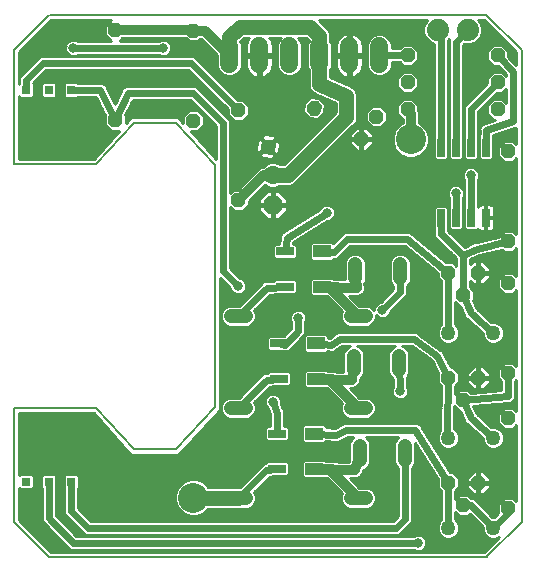
<source format=gtl>
G75*
%MOIN*%
%OFA0B0*%
%FSLAX25Y25*%
%IPPOS*%
%LPD*%
%AMOC8*
5,1,8,0,0,1.08239X$1,22.5*
%
%ADD10R,0.05906X0.03937*%
%ADD11R,0.05906X0.04134*%
%ADD12R,0.05906X0.02756*%
%ADD13C,0.01800*%
%ADD14C,0.00500*%
%ADD15C,0.04800*%
%ADD16OC8,0.04800*%
%ADD17OC8,0.06300*%
%ADD18C,0.06300*%
%ADD19C,0.00960*%
%ADD20R,0.02600X0.06000*%
%ADD21C,0.05906*%
%ADD22C,0.00600*%
%ADD23R,0.02953X0.02953*%
%ADD24C,0.07400*%
%ADD25C,0.10000*%
%ADD26C,0.05000*%
%ADD27C,0.01000*%
%ADD28C,0.03200*%
%ADD29C,0.03200*%
%ADD30C,0.02400*%
%ADD31C,0.05000*%
D10*
X0105266Y0034578D03*
X0105277Y0046397D03*
X0105906Y0064625D03*
X0105917Y0076444D03*
X0107887Y0095301D03*
X0107898Y0107120D03*
D11*
X0099770Y0101117D03*
X0097789Y0070441D03*
X0097149Y0040393D03*
D12*
X0092900Y0034615D03*
X0092865Y0046393D03*
X0093540Y0064663D03*
X0093504Y0076440D03*
X0095521Y0095339D03*
X0095486Y0107116D03*
D13*
X0098999Y0103693D03*
X0098999Y0101193D03*
X0098999Y0098693D03*
X0097018Y0073017D03*
X0097018Y0070517D03*
X0097018Y0068017D03*
X0096378Y0042970D03*
X0096378Y0040470D03*
X0096378Y0037970D03*
D14*
X0099260Y0037202D02*
X0090166Y0037202D01*
X0090166Y0037241D01*
X0090166Y0043777D01*
X0099181Y0043777D01*
X0102252Y0042320D01*
X0108079Y0042320D01*
X0108040Y0038619D01*
X0102567Y0038659D01*
X0099260Y0037202D01*
X0099717Y0037403D02*
X0090166Y0037403D01*
X0090166Y0037902D02*
X0100849Y0037902D01*
X0101981Y0038400D02*
X0090166Y0038400D01*
X0090166Y0038899D02*
X0108043Y0038899D01*
X0108048Y0039397D02*
X0090166Y0039397D01*
X0090166Y0039896D02*
X0108053Y0039896D01*
X0108058Y0040394D02*
X0090166Y0040394D01*
X0090166Y0040893D02*
X0108064Y0040893D01*
X0108069Y0041391D02*
X0090166Y0041391D01*
X0090166Y0041890D02*
X0108074Y0041890D01*
X0102108Y0042388D02*
X0090166Y0042388D01*
X0090166Y0042887D02*
X0101057Y0042887D01*
X0100006Y0043385D02*
X0090166Y0043385D01*
X0090805Y0067249D02*
X0090805Y0067289D01*
X0090805Y0073824D01*
X0099821Y0073824D01*
X0102892Y0072367D01*
X0108719Y0072367D01*
X0108679Y0068667D01*
X0103207Y0068706D01*
X0099900Y0067249D01*
X0090805Y0067249D01*
X0090805Y0067314D02*
X0100046Y0067314D01*
X0101178Y0067812D02*
X0090805Y0067812D01*
X0090805Y0068311D02*
X0102310Y0068311D01*
X0101985Y0072798D02*
X0090805Y0072798D01*
X0090805Y0073296D02*
X0100934Y0073296D01*
X0099883Y0073795D02*
X0090805Y0073795D01*
X0090805Y0072299D02*
X0108718Y0072299D01*
X0108712Y0071801D02*
X0090805Y0071801D01*
X0090805Y0071302D02*
X0108707Y0071302D01*
X0108702Y0070803D02*
X0090805Y0070803D01*
X0090805Y0070305D02*
X0108697Y0070305D01*
X0108691Y0069806D02*
X0090805Y0069806D01*
X0090805Y0069308D02*
X0108686Y0069308D01*
X0108681Y0068809D02*
X0090805Y0068809D01*
X0092786Y0097925D02*
X0092786Y0097965D01*
X0092786Y0104500D01*
X0101802Y0104500D01*
X0104873Y0103043D01*
X0110700Y0103043D01*
X0110660Y0099343D01*
X0105188Y0099382D01*
X0101881Y0097925D01*
X0092786Y0097925D01*
X0092786Y0098222D02*
X0102553Y0098222D01*
X0103685Y0098720D02*
X0092786Y0098720D01*
X0092786Y0099219D02*
X0104817Y0099219D01*
X0104529Y0103207D02*
X0092786Y0103207D01*
X0092786Y0103705D02*
X0103478Y0103705D01*
X0102427Y0104204D02*
X0092786Y0104204D01*
X0092786Y0102708D02*
X0110696Y0102708D01*
X0110691Y0102210D02*
X0092786Y0102210D01*
X0092786Y0101711D02*
X0110686Y0101711D01*
X0110680Y0101213D02*
X0092786Y0101213D01*
X0092786Y0100714D02*
X0110675Y0100714D01*
X0110670Y0100216D02*
X0092786Y0100216D01*
X0092786Y0099717D02*
X0110664Y0099717D01*
X0162726Y0186021D02*
X0017100Y0186021D01*
X0017100Y0005100D02*
X0162726Y0005100D01*
D15*
X0135500Y0037600D02*
X0135500Y0042400D01*
X0122397Y0054867D02*
X0117597Y0054867D01*
X0118500Y0067600D02*
X0118500Y0072400D01*
X0117598Y0085498D02*
X0122398Y0085498D01*
X0119000Y0098100D02*
X0119000Y0102900D01*
X0134000Y0102900D02*
X0134000Y0098100D01*
X0133500Y0072400D02*
X0133500Y0067600D01*
X0120500Y0042400D02*
X0120500Y0037600D01*
X0122403Y0024875D02*
X0117603Y0024875D01*
X0082403Y0024875D02*
X0077603Y0024875D01*
X0077597Y0054867D02*
X0082397Y0054867D01*
X0082398Y0085498D02*
X0077598Y0085498D01*
D16*
X0080042Y0124246D03*
X0064993Y0150757D03*
X0080042Y0154246D03*
X0064993Y0180757D03*
X0039043Y0180793D03*
X0039043Y0150793D03*
X0116000Y0152000D03*
X0121000Y0144500D03*
X0126000Y0152000D03*
X0136500Y0154500D03*
X0136500Y0163500D03*
X0136500Y0172500D03*
X0166500Y0172500D03*
X0166500Y0163500D03*
X0166500Y0154500D03*
X0170000Y0140500D03*
X0170000Y0110500D03*
X0160000Y0100000D03*
X0155000Y0092500D03*
X0150000Y0100000D03*
X0170000Y0096500D03*
X0170000Y0066500D03*
X0160000Y0065000D03*
X0155000Y0057500D03*
X0150000Y0065000D03*
X0170000Y0051500D03*
X0160000Y0030000D03*
X0155000Y0022500D03*
X0150000Y0030000D03*
X0170000Y0021500D03*
D17*
X0091493Y0122634D03*
D18*
X0091493Y0132634D03*
D19*
X0088339Y0141927D02*
X0087859Y0141447D01*
X0087997Y0143031D01*
X0089215Y0144053D01*
X0090799Y0143915D01*
X0091821Y0142697D01*
X0091683Y0141113D01*
X0090465Y0140091D01*
X0088881Y0140229D01*
X0087859Y0141447D01*
X0088602Y0141682D01*
X0088688Y0142671D01*
X0089450Y0143310D01*
X0090439Y0143224D01*
X0091078Y0142462D01*
X0090992Y0141473D01*
X0090230Y0140834D01*
X0089241Y0140920D01*
X0088602Y0141682D01*
X0089346Y0141916D01*
X0089380Y0142312D01*
X0089684Y0142566D01*
X0090080Y0142532D01*
X0090334Y0142228D01*
X0090300Y0141832D01*
X0089996Y0141578D01*
X0089600Y0141612D01*
X0089346Y0141916D01*
X0103659Y0154783D02*
X0103179Y0154303D01*
X0103317Y0155887D01*
X0104535Y0156909D01*
X0106119Y0156771D01*
X0107141Y0155553D01*
X0107003Y0153969D01*
X0105785Y0152947D01*
X0104201Y0153085D01*
X0103179Y0154303D01*
X0103922Y0154538D01*
X0104008Y0155527D01*
X0104770Y0156166D01*
X0105759Y0156080D01*
X0106398Y0155318D01*
X0106312Y0154329D01*
X0105550Y0153690D01*
X0104561Y0153776D01*
X0103922Y0154538D01*
X0104666Y0154772D01*
X0104700Y0155168D01*
X0105004Y0155422D01*
X0105400Y0155388D01*
X0105654Y0155084D01*
X0105620Y0154688D01*
X0105316Y0154434D01*
X0104920Y0154468D01*
X0104666Y0154772D01*
D20*
X0147500Y0141706D03*
X0152500Y0141706D03*
X0157500Y0141706D03*
X0162500Y0141706D03*
X0162500Y0118294D03*
X0157500Y0118294D03*
X0152500Y0118294D03*
X0147500Y0118294D03*
D21*
X0127000Y0169547D02*
X0127000Y0175453D01*
X0117000Y0175453D02*
X0117000Y0169547D01*
X0107000Y0169547D02*
X0107000Y0175453D01*
X0097000Y0175453D02*
X0097000Y0169547D01*
X0087000Y0169547D02*
X0087000Y0175453D01*
X0077000Y0175453D02*
X0077000Y0169547D01*
D22*
X0059100Y0150021D02*
X0072100Y0136021D01*
X0072100Y0055100D01*
X0059100Y0041100D01*
X0045100Y0041100D01*
X0032600Y0055000D01*
X0005100Y0055000D01*
X0005100Y0016911D01*
X0016911Y0005100D01*
X0162580Y0005100D02*
X0174391Y0016911D01*
X0174391Y0174250D01*
X0162580Y0186061D01*
X0059100Y0150021D02*
X0045100Y0150021D01*
X0032600Y0136121D01*
X0005100Y0136121D01*
X0005100Y0174250D01*
X0016911Y0186061D01*
D23*
X0016800Y0160900D03*
X0009300Y0160900D03*
X0024300Y0160900D03*
X0024300Y0030400D03*
X0016800Y0030400D03*
X0009300Y0030400D03*
D24*
X0146500Y0181000D03*
X0156500Y0181000D03*
D25*
X0137500Y0144500D03*
X0065000Y0025000D03*
D26*
X0150000Y0015000D03*
X0165000Y0015000D03*
X0165000Y0045000D03*
X0150000Y0045000D03*
X0150000Y0080000D03*
X0165000Y0080000D03*
D27*
X0019758Y0011990D02*
X0012567Y0011990D01*
X0011569Y0012988D02*
X0018759Y0012988D01*
X0017761Y0013987D02*
X0010570Y0013987D01*
X0009571Y0014985D02*
X0016762Y0014985D01*
X0015847Y0015900D02*
X0024047Y0007700D01*
X0138497Y0007700D01*
X0139463Y0007300D01*
X0140537Y0007300D01*
X0141529Y0007711D01*
X0142289Y0008471D01*
X0142700Y0009463D01*
X0142700Y0010537D01*
X0142289Y0011529D01*
X0141529Y0012289D01*
X0140537Y0012700D01*
X0139463Y0012700D01*
X0138497Y0012300D01*
X0025953Y0012300D01*
X0019100Y0019153D01*
X0019100Y0028192D01*
X0019376Y0028468D01*
X0019376Y0032332D01*
X0018732Y0032976D01*
X0014868Y0032976D01*
X0014224Y0032332D01*
X0014224Y0028468D01*
X0014500Y0028192D01*
X0014500Y0017247D01*
X0015847Y0015900D01*
X0015764Y0015984D02*
X0008573Y0015984D01*
X0007574Y0016982D02*
X0014765Y0016982D01*
X0014500Y0017981D02*
X0006900Y0017981D01*
X0006900Y0017657D02*
X0006900Y0028292D01*
X0007368Y0027824D01*
X0011232Y0027824D01*
X0011876Y0028468D01*
X0011876Y0032332D01*
X0011232Y0032976D01*
X0007368Y0032976D01*
X0006900Y0032508D01*
X0006900Y0053200D01*
X0031798Y0053200D01*
X0043300Y0040410D01*
X0043300Y0040354D01*
X0043794Y0039861D01*
X0044260Y0039342D01*
X0044315Y0039339D01*
X0044354Y0039300D01*
X0045052Y0039300D01*
X0045749Y0039263D01*
X0045790Y0039300D01*
X0058393Y0039300D01*
X0058422Y0039274D01*
X0059133Y0039300D01*
X0059846Y0039300D01*
X0059873Y0039327D01*
X0059912Y0039329D01*
X0060396Y0039851D01*
X0060900Y0040354D01*
X0060900Y0040393D01*
X0073396Y0053851D01*
X0073900Y0054354D01*
X0073900Y0054393D01*
X0073926Y0054422D01*
X0073900Y0055133D01*
X0073900Y0098347D01*
X0074047Y0098200D01*
X0077311Y0094936D01*
X0077711Y0093971D01*
X0078471Y0093211D01*
X0079463Y0092800D01*
X0080537Y0092800D01*
X0081529Y0093211D01*
X0082289Y0093971D01*
X0082700Y0094963D01*
X0082700Y0096037D01*
X0082289Y0097029D01*
X0081529Y0097789D01*
X0080564Y0098189D01*
X0077300Y0101453D01*
X0077300Y0122038D01*
X0078592Y0120746D01*
X0081492Y0120746D01*
X0083542Y0122796D01*
X0083542Y0123927D01*
X0088866Y0129251D01*
X0089086Y0129031D01*
X0090648Y0128384D01*
X0092338Y0128384D01*
X0093900Y0129031D01*
X0093903Y0129034D01*
X0097350Y0129034D01*
X0098673Y0129582D01*
X0099686Y0130595D01*
X0118039Y0148948D01*
X0118039Y0148948D01*
X0119052Y0149961D01*
X0119152Y0150202D01*
X0119500Y0150550D01*
X0119500Y0151042D01*
X0119600Y0151284D01*
X0119600Y0158954D01*
X0119617Y0159624D01*
X0119600Y0159668D01*
X0119600Y0159716D01*
X0119344Y0160335D01*
X0119103Y0160961D01*
X0119070Y0160995D01*
X0119052Y0161039D01*
X0118578Y0161513D01*
X0118116Y0161999D01*
X0118073Y0162018D01*
X0118039Y0162052D01*
X0117420Y0162308D01*
X0110600Y0165340D01*
X0110600Y0167648D01*
X0111053Y0168741D01*
X0111053Y0176259D01*
X0110600Y0177352D01*
X0110600Y0179716D01*
X0110052Y0181039D01*
X0106820Y0184271D01*
X0142983Y0184271D01*
X0142431Y0183719D01*
X0141700Y0181955D01*
X0141700Y0180045D01*
X0142431Y0178281D01*
X0143781Y0176931D01*
X0145200Y0176343D01*
X0145200Y0145262D01*
X0145100Y0145162D01*
X0145100Y0138251D01*
X0145744Y0137606D01*
X0149256Y0137606D01*
X0149900Y0138251D01*
X0149900Y0145162D01*
X0149800Y0145262D01*
X0149800Y0177512D01*
X0150200Y0177912D01*
X0150200Y0145262D01*
X0150100Y0145162D01*
X0150100Y0138251D01*
X0150744Y0137606D01*
X0154256Y0137606D01*
X0154900Y0138251D01*
X0154900Y0145162D01*
X0154800Y0145262D01*
X0154800Y0176047D01*
X0155126Y0176374D01*
X0155545Y0176200D01*
X0157455Y0176200D01*
X0159219Y0176931D01*
X0160569Y0178281D01*
X0161300Y0180045D01*
X0161300Y0181955D01*
X0160569Y0183719D01*
X0160017Y0184271D01*
X0161824Y0184271D01*
X0172591Y0173504D01*
X0172591Y0169219D01*
X0170000Y0172069D01*
X0170000Y0173950D01*
X0167950Y0176000D01*
X0165050Y0176000D01*
X0163000Y0173950D01*
X0163000Y0171050D01*
X0165050Y0169000D01*
X0166573Y0169000D01*
X0169200Y0166111D01*
X0169200Y0165750D01*
X0167950Y0167000D01*
X0165050Y0167000D01*
X0163000Y0164950D01*
X0163000Y0163253D01*
X0156547Y0156800D01*
X0155200Y0155453D01*
X0155200Y0145262D01*
X0155100Y0145162D01*
X0155100Y0138251D01*
X0155744Y0137606D01*
X0159256Y0137606D01*
X0159900Y0138251D01*
X0159900Y0145162D01*
X0159800Y0145262D01*
X0159800Y0153547D01*
X0166253Y0160000D01*
X0167950Y0160000D01*
X0169200Y0161250D01*
X0169200Y0156750D01*
X0167950Y0158000D01*
X0165050Y0158000D01*
X0163000Y0155950D01*
X0163000Y0153050D01*
X0165050Y0151000D01*
X0165478Y0151000D01*
X0162388Y0150019D01*
X0161833Y0150038D01*
X0161516Y0149741D01*
X0161102Y0149610D01*
X0160846Y0149117D01*
X0160440Y0148737D01*
X0160425Y0148303D01*
X0160226Y0147918D01*
X0160394Y0147388D01*
X0160325Y0145387D01*
X0160100Y0145162D01*
X0160100Y0138251D01*
X0160744Y0137606D01*
X0164256Y0137606D01*
X0164900Y0138251D01*
X0164900Y0144575D01*
X0164949Y0146006D01*
X0171857Y0148200D01*
X0172453Y0148200D01*
X0172591Y0148339D01*
X0172591Y0142858D01*
X0171450Y0144000D01*
X0168550Y0144000D01*
X0166500Y0141950D01*
X0166500Y0139050D01*
X0168550Y0137000D01*
X0171450Y0137000D01*
X0172591Y0138142D01*
X0172591Y0112858D01*
X0171450Y0114000D01*
X0168550Y0114000D01*
X0166607Y0112056D01*
X0159661Y0110402D01*
X0159436Y0110489D01*
X0158760Y0110188D01*
X0158040Y0110017D01*
X0157915Y0109812D01*
X0155457Y0108720D01*
X0149800Y0113999D01*
X0149800Y0114738D01*
X0149900Y0114838D01*
X0149900Y0121749D01*
X0149256Y0122394D01*
X0145744Y0122394D01*
X0145100Y0121749D01*
X0145100Y0114838D01*
X0145200Y0114738D01*
X0145200Y0113907D01*
X0145169Y0113873D01*
X0145200Y0112960D01*
X0145200Y0112047D01*
X0145233Y0112015D01*
X0145234Y0111969D01*
X0145902Y0111346D01*
X0146547Y0110700D01*
X0146593Y0110700D01*
X0152700Y0105001D01*
X0152700Y0102250D01*
X0151450Y0103500D01*
X0149354Y0103500D01*
X0137791Y0112962D01*
X0137199Y0113554D01*
X0137067Y0113554D01*
X0136965Y0113637D01*
X0136131Y0113554D01*
X0115301Y0113554D01*
X0113954Y0112207D01*
X0113954Y0112207D01*
X0111621Y0109874D01*
X0111307Y0110189D01*
X0104490Y0110189D01*
X0103845Y0109544D01*
X0103845Y0104696D01*
X0104490Y0104052D01*
X0111307Y0104052D01*
X0111951Y0104696D01*
X0111951Y0104700D01*
X0111966Y0104700D01*
X0112885Y0104673D01*
X0112913Y0104700D01*
X0112953Y0104700D01*
X0113602Y0105350D01*
X0114271Y0105980D01*
X0114272Y0106020D01*
X0117207Y0108954D01*
X0135425Y0108954D01*
X0146500Y0099892D01*
X0146500Y0098550D01*
X0147700Y0097350D01*
X0147700Y0082791D01*
X0146948Y0082039D01*
X0146400Y0080716D01*
X0146400Y0079284D01*
X0146948Y0077961D01*
X0147961Y0076948D01*
X0149284Y0076400D01*
X0150716Y0076400D01*
X0152039Y0076948D01*
X0153052Y0077961D01*
X0153600Y0079284D01*
X0153600Y0080716D01*
X0153052Y0082039D01*
X0152300Y0082791D01*
X0152300Y0090250D01*
X0153550Y0089000D01*
X0153967Y0089000D01*
X0155233Y0085962D01*
X0155274Y0085386D01*
X0155585Y0085116D01*
X0155743Y0084736D01*
X0156277Y0084516D01*
X0161400Y0080076D01*
X0161400Y0079284D01*
X0161948Y0077961D01*
X0162961Y0076948D01*
X0164284Y0076400D01*
X0165716Y0076400D01*
X0167039Y0076948D01*
X0168052Y0077961D01*
X0168600Y0079284D01*
X0168600Y0080716D01*
X0168052Y0082039D01*
X0167039Y0083052D01*
X0165716Y0083600D01*
X0164358Y0083600D01*
X0159415Y0087884D01*
X0158215Y0090765D01*
X0158500Y0091050D01*
X0158500Y0093950D01*
X0157300Y0095150D01*
X0157300Y0097185D01*
X0158385Y0096100D01*
X0159700Y0096100D01*
X0159700Y0099700D01*
X0160300Y0099700D01*
X0160300Y0100300D01*
X0159700Y0100300D01*
X0159700Y0103900D01*
X0158385Y0103900D01*
X0157300Y0102815D01*
X0157300Y0104505D01*
X0160240Y0105812D01*
X0167912Y0107639D01*
X0168550Y0107000D01*
X0171450Y0107000D01*
X0172591Y0108142D01*
X0172591Y0098858D01*
X0171450Y0100000D01*
X0168550Y0100000D01*
X0166500Y0097950D01*
X0166500Y0095050D01*
X0168550Y0093000D01*
X0171450Y0093000D01*
X0172591Y0094142D01*
X0172591Y0068858D01*
X0171450Y0070000D01*
X0168550Y0070000D01*
X0166500Y0067950D01*
X0166500Y0065050D01*
X0167700Y0063850D01*
X0167700Y0061081D01*
X0157398Y0060051D01*
X0156450Y0061000D01*
X0153550Y0061000D01*
X0152147Y0059596D01*
X0152223Y0062273D01*
X0153500Y0063550D01*
X0153500Y0066450D01*
X0151450Y0068500D01*
X0150765Y0068500D01*
X0148400Y0073020D01*
X0148318Y0073577D01*
X0147976Y0073831D01*
X0147778Y0074209D01*
X0147240Y0074377D01*
X0140007Y0079746D01*
X0139453Y0080300D01*
X0139260Y0080300D01*
X0139106Y0080415D01*
X0138331Y0080300D01*
X0114228Y0080300D01*
X0113517Y0080442D01*
X0113304Y0080300D01*
X0113047Y0080300D01*
X0112535Y0079787D01*
X0110396Y0078362D01*
X0109970Y0078399D01*
X0109970Y0078868D01*
X0109325Y0079513D01*
X0102509Y0079513D01*
X0101864Y0078868D01*
X0101864Y0074020D01*
X0102509Y0073376D01*
X0109325Y0073376D01*
X0109750Y0073800D01*
X0110673Y0073720D01*
X0111483Y0073558D01*
X0111604Y0073638D01*
X0111749Y0073626D01*
X0112381Y0074157D01*
X0114696Y0075700D01*
X0117321Y0075700D01*
X0116517Y0075367D01*
X0115533Y0074383D01*
X0115000Y0073096D01*
X0115000Y0067052D01*
X0109799Y0067209D01*
X0109314Y0067694D01*
X0102497Y0067694D01*
X0101853Y0067050D01*
X0101853Y0062201D01*
X0102497Y0061557D01*
X0109314Y0061557D01*
X0109401Y0061644D01*
X0114502Y0056543D01*
X0114097Y0055563D01*
X0114097Y0054171D01*
X0114629Y0052884D01*
X0115614Y0051900D01*
X0116900Y0051367D01*
X0123093Y0051367D01*
X0124379Y0051900D01*
X0125364Y0052884D01*
X0125897Y0054171D01*
X0125897Y0055563D01*
X0125364Y0056850D01*
X0124379Y0057834D01*
X0123093Y0058367D01*
X0120315Y0058367D01*
X0117096Y0061586D01*
X0117555Y0061572D01*
X0117957Y0061521D01*
X0118087Y0061556D01*
X0118222Y0061552D01*
X0118602Y0061696D01*
X0118994Y0061803D01*
X0119100Y0061885D01*
X0119227Y0061933D01*
X0119522Y0062211D01*
X0119844Y0062460D01*
X0119910Y0062577D01*
X0120009Y0062669D01*
X0120175Y0063040D01*
X0120377Y0063392D01*
X0120394Y0063526D01*
X0120450Y0063649D01*
X0120462Y0064055D01*
X0120544Y0064694D01*
X0121467Y0065617D01*
X0122000Y0066904D01*
X0122000Y0073096D01*
X0121467Y0074383D01*
X0120483Y0075367D01*
X0119679Y0075700D01*
X0132321Y0075700D01*
X0131517Y0075367D01*
X0130533Y0074383D01*
X0130000Y0073096D01*
X0130000Y0066904D01*
X0130533Y0065617D01*
X0131477Y0064673D01*
X0131627Y0061827D01*
X0131300Y0061037D01*
X0131300Y0059963D01*
X0131711Y0058971D01*
X0132471Y0058211D01*
X0133463Y0057800D01*
X0134537Y0057800D01*
X0135529Y0058211D01*
X0136289Y0058971D01*
X0136700Y0059963D01*
X0136700Y0061037D01*
X0136289Y0062029D01*
X0136219Y0062099D01*
X0136055Y0065206D01*
X0136467Y0065617D01*
X0137000Y0066904D01*
X0137000Y0073096D01*
X0136467Y0074383D01*
X0135483Y0075367D01*
X0134679Y0075700D01*
X0137740Y0075700D01*
X0144388Y0070765D01*
X0146596Y0066546D01*
X0146500Y0066450D01*
X0146500Y0063550D01*
X0147625Y0062425D01*
X0147220Y0048226D01*
X0147058Y0047983D01*
X0147193Y0047305D01*
X0147193Y0047284D01*
X0146948Y0047039D01*
X0146400Y0045716D01*
X0146400Y0044284D01*
X0146948Y0042961D01*
X0147961Y0041948D01*
X0149284Y0041400D01*
X0150716Y0041400D01*
X0152039Y0041948D01*
X0153052Y0042961D01*
X0153600Y0044284D01*
X0153600Y0045716D01*
X0153052Y0047039D01*
X0152039Y0048052D01*
X0151819Y0048143D01*
X0152030Y0055520D01*
X0153550Y0054000D01*
X0153967Y0054000D01*
X0155233Y0050962D01*
X0155274Y0050386D01*
X0155585Y0050116D01*
X0155743Y0049736D01*
X0156277Y0049516D01*
X0161400Y0045076D01*
X0161400Y0044284D01*
X0161948Y0042961D01*
X0162961Y0041948D01*
X0164284Y0041400D01*
X0165716Y0041400D01*
X0167039Y0041948D01*
X0168052Y0042961D01*
X0168600Y0044284D01*
X0168600Y0045716D01*
X0168052Y0047039D01*
X0167039Y0048052D01*
X0165716Y0048600D01*
X0164358Y0048600D01*
X0159415Y0052884D01*
X0158317Y0055520D01*
X0170115Y0056700D01*
X0170953Y0056700D01*
X0171046Y0056793D01*
X0171177Y0056806D01*
X0171707Y0057455D01*
X0172300Y0058047D01*
X0172300Y0058179D01*
X0172383Y0058281D01*
X0172300Y0059115D01*
X0172300Y0063850D01*
X0172591Y0064142D01*
X0172591Y0053858D01*
X0171450Y0055000D01*
X0168550Y0055000D01*
X0166500Y0052950D01*
X0166500Y0050050D01*
X0168550Y0048000D01*
X0171450Y0048000D01*
X0172591Y0049142D01*
X0172591Y0023858D01*
X0171450Y0025000D01*
X0168550Y0025000D01*
X0166500Y0022950D01*
X0166500Y0020050D01*
X0166649Y0019901D01*
X0165347Y0018600D01*
X0164653Y0018600D01*
X0158453Y0024800D01*
X0157650Y0024800D01*
X0156450Y0026000D01*
X0153550Y0026000D01*
X0152300Y0024750D01*
X0152300Y0027350D01*
X0153500Y0028550D01*
X0153500Y0031450D01*
X0151450Y0033500D01*
X0150517Y0033500D01*
X0141300Y0048163D01*
X0141300Y0048453D01*
X0140809Y0048943D01*
X0140440Y0049531D01*
X0140158Y0049595D01*
X0139953Y0049800D01*
X0139259Y0049800D01*
X0138583Y0049954D01*
X0138337Y0049800D01*
X0116443Y0049800D01*
X0115970Y0049989D01*
X0115528Y0049800D01*
X0115047Y0049800D01*
X0114687Y0049440D01*
X0112089Y0048326D01*
X0109330Y0048478D01*
X0109330Y0048821D01*
X0108686Y0049465D01*
X0101869Y0049465D01*
X0101225Y0048821D01*
X0101225Y0043972D01*
X0101869Y0043328D01*
X0108686Y0043328D01*
X0109234Y0043876D01*
X0111997Y0043724D01*
X0112530Y0043511D01*
X0112911Y0043674D01*
X0113325Y0043651D01*
X0113753Y0044035D01*
X0116472Y0045200D01*
X0118350Y0045200D01*
X0117533Y0044383D01*
X0117000Y0043096D01*
X0117000Y0037809D01*
X0116743Y0036973D01*
X0109146Y0037176D01*
X0108675Y0037646D01*
X0101858Y0037646D01*
X0101214Y0037002D01*
X0101214Y0032154D01*
X0101858Y0031509D01*
X0108675Y0031509D01*
X0108802Y0031637D01*
X0109467Y0031593D01*
X0114509Y0026551D01*
X0114103Y0025571D01*
X0114103Y0024179D01*
X0114636Y0022893D01*
X0115620Y0021908D01*
X0116907Y0021375D01*
X0123099Y0021375D01*
X0124386Y0021908D01*
X0125370Y0022893D01*
X0125903Y0024179D01*
X0125903Y0025571D01*
X0125370Y0026858D01*
X0124386Y0027842D01*
X0123099Y0028375D01*
X0120321Y0028375D01*
X0117136Y0031561D01*
X0118278Y0031530D01*
X0118438Y0031481D01*
X0118810Y0031516D01*
X0119185Y0031506D01*
X0119341Y0031566D01*
X0119507Y0031582D01*
X0119838Y0031757D01*
X0120187Y0031891D01*
X0120309Y0032006D01*
X0120457Y0032084D01*
X0120695Y0032372D01*
X0120967Y0032630D01*
X0121035Y0032783D01*
X0121142Y0032911D01*
X0121252Y0033269D01*
X0121404Y0033611D01*
X0121409Y0033778D01*
X0121553Y0034248D01*
X0122483Y0034633D01*
X0123467Y0035617D01*
X0124000Y0036904D01*
X0124000Y0043096D01*
X0123467Y0044383D01*
X0122650Y0045200D01*
X0133350Y0045200D01*
X0132533Y0044383D01*
X0132000Y0043096D01*
X0132000Y0036904D01*
X0132533Y0035617D01*
X0133200Y0034950D01*
X0133200Y0018953D01*
X0131547Y0017300D01*
X0030953Y0017300D01*
X0026600Y0021653D01*
X0026600Y0028192D01*
X0026876Y0028468D01*
X0026876Y0032332D01*
X0026232Y0032976D01*
X0022368Y0032976D01*
X0021724Y0032332D01*
X0021724Y0028468D01*
X0022000Y0028192D01*
X0022000Y0019747D01*
X0023347Y0018400D01*
X0029047Y0012700D01*
X0133453Y0012700D01*
X0137800Y0017047D01*
X0137800Y0034950D01*
X0138467Y0035617D01*
X0139000Y0036904D01*
X0139000Y0043096D01*
X0138900Y0043336D01*
X0146500Y0031246D01*
X0146500Y0028550D01*
X0147700Y0027350D01*
X0147700Y0017791D01*
X0146948Y0017039D01*
X0146400Y0015716D01*
X0146400Y0014284D01*
X0146948Y0012961D01*
X0147961Y0011948D01*
X0149284Y0011400D01*
X0150716Y0011400D01*
X0152039Y0011948D01*
X0153052Y0012961D01*
X0153600Y0014284D01*
X0153600Y0015716D01*
X0153052Y0017039D01*
X0152300Y0017791D01*
X0152300Y0020250D01*
X0153550Y0019000D01*
X0156450Y0019000D01*
X0157099Y0019649D01*
X0161400Y0015347D01*
X0161400Y0014284D01*
X0161948Y0012961D01*
X0162961Y0011948D01*
X0164284Y0011400D01*
X0165716Y0011400D01*
X0166772Y0011837D01*
X0161785Y0006850D01*
X0017707Y0006850D01*
X0006900Y0017657D01*
X0006900Y0018979D02*
X0014500Y0018979D01*
X0014500Y0019978D02*
X0006900Y0019978D01*
X0006900Y0020976D02*
X0014500Y0020976D01*
X0014500Y0021975D02*
X0006900Y0021975D01*
X0006900Y0022973D02*
X0014500Y0022973D01*
X0014500Y0023972D02*
X0006900Y0023972D01*
X0006900Y0024970D02*
X0014500Y0024970D01*
X0014500Y0025969D02*
X0006900Y0025969D01*
X0006900Y0026967D02*
X0014500Y0026967D01*
X0014500Y0027966D02*
X0011374Y0027966D01*
X0011876Y0028964D02*
X0014224Y0028964D01*
X0014224Y0029963D02*
X0011876Y0029963D01*
X0011876Y0030961D02*
X0014224Y0030961D01*
X0014224Y0031960D02*
X0011876Y0031960D01*
X0011250Y0032958D02*
X0014850Y0032958D01*
X0018750Y0032958D02*
X0022350Y0032958D01*
X0021724Y0031960D02*
X0019376Y0031960D01*
X0019376Y0030961D02*
X0021724Y0030961D01*
X0021724Y0029963D02*
X0019376Y0029963D01*
X0019376Y0028964D02*
X0021724Y0028964D01*
X0022000Y0027966D02*
X0019100Y0027966D01*
X0019100Y0026967D02*
X0022000Y0026967D01*
X0022000Y0025969D02*
X0019100Y0025969D01*
X0019100Y0024970D02*
X0022000Y0024970D01*
X0022000Y0023972D02*
X0019100Y0023972D01*
X0019100Y0022973D02*
X0022000Y0022973D01*
X0022000Y0021975D02*
X0019100Y0021975D01*
X0019100Y0020976D02*
X0022000Y0020976D01*
X0022000Y0019978D02*
X0019100Y0019978D01*
X0019274Y0018979D02*
X0022768Y0018979D01*
X0023767Y0017981D02*
X0020272Y0017981D01*
X0021271Y0016982D02*
X0024765Y0016982D01*
X0025764Y0015984D02*
X0022269Y0015984D01*
X0023268Y0014985D02*
X0026762Y0014985D01*
X0027761Y0013987D02*
X0024266Y0013987D01*
X0025265Y0012988D02*
X0028759Y0012988D01*
X0023752Y0007996D02*
X0016561Y0007996D01*
X0015563Y0008994D02*
X0022753Y0008994D01*
X0021755Y0009993D02*
X0014564Y0009993D01*
X0013566Y0010991D02*
X0020756Y0010991D01*
X0017560Y0006997D02*
X0161932Y0006997D01*
X0162930Y0007996D02*
X0141814Y0007996D01*
X0142506Y0008994D02*
X0163929Y0008994D01*
X0164927Y0009993D02*
X0142700Y0009993D01*
X0142512Y0010991D02*
X0165926Y0010991D01*
X0162919Y0011990D02*
X0152081Y0011990D01*
X0153063Y0012988D02*
X0161937Y0012988D01*
X0161523Y0013987D02*
X0153477Y0013987D01*
X0153600Y0014985D02*
X0161400Y0014985D01*
X0160764Y0015984D02*
X0153489Y0015984D01*
X0153076Y0016982D02*
X0159765Y0016982D01*
X0158767Y0017981D02*
X0152300Y0017981D01*
X0152300Y0018979D02*
X0157768Y0018979D01*
X0161278Y0021975D02*
X0166500Y0021975D01*
X0166523Y0022973D02*
X0160279Y0022973D01*
X0159281Y0023972D02*
X0167522Y0023972D01*
X0168520Y0024970D02*
X0157480Y0024970D01*
X0156481Y0025969D02*
X0172591Y0025969D01*
X0172591Y0026967D02*
X0162483Y0026967D01*
X0161615Y0026100D02*
X0160300Y0026100D01*
X0160300Y0029700D01*
X0160300Y0030300D01*
X0163900Y0030300D01*
X0163900Y0031615D01*
X0161615Y0033900D01*
X0160300Y0033900D01*
X0160300Y0030300D01*
X0159700Y0030300D01*
X0159700Y0033900D01*
X0158385Y0033900D01*
X0156100Y0031615D01*
X0156100Y0030300D01*
X0159700Y0030300D01*
X0159700Y0029700D01*
X0160300Y0029700D01*
X0163900Y0029700D01*
X0163900Y0028385D01*
X0161615Y0026100D01*
X0160300Y0026967D02*
X0159700Y0026967D01*
X0159700Y0026100D02*
X0158385Y0026100D01*
X0156100Y0028385D01*
X0156100Y0029700D01*
X0159700Y0029700D01*
X0159700Y0026100D01*
X0159700Y0027966D02*
X0160300Y0027966D01*
X0160300Y0028964D02*
X0159700Y0028964D01*
X0159700Y0029963D02*
X0153500Y0029963D01*
X0153500Y0030961D02*
X0156100Y0030961D01*
X0156444Y0031960D02*
X0152990Y0031960D01*
X0151991Y0032958D02*
X0157443Y0032958D01*
X0159700Y0032958D02*
X0160300Y0032958D01*
X0160300Y0031960D02*
X0159700Y0031960D01*
X0159700Y0030961D02*
X0160300Y0030961D01*
X0160300Y0029963D02*
X0172591Y0029963D01*
X0172591Y0030961D02*
X0163900Y0030961D01*
X0163556Y0031960D02*
X0172591Y0031960D01*
X0172591Y0032958D02*
X0162557Y0032958D01*
X0163900Y0028964D02*
X0172591Y0028964D01*
X0172591Y0027966D02*
X0163481Y0027966D01*
X0157517Y0026967D02*
X0152300Y0026967D01*
X0152300Y0025969D02*
X0153519Y0025969D01*
X0152520Y0024970D02*
X0152300Y0024970D01*
X0152916Y0027966D02*
X0156519Y0027966D01*
X0156100Y0028964D02*
X0153500Y0028964D01*
X0150229Y0033957D02*
X0172591Y0033957D01*
X0172591Y0034955D02*
X0149602Y0034955D01*
X0148974Y0035954D02*
X0172591Y0035954D01*
X0172591Y0036952D02*
X0148347Y0036952D01*
X0147719Y0037951D02*
X0172591Y0037951D01*
X0172591Y0038949D02*
X0147091Y0038949D01*
X0146464Y0039948D02*
X0172591Y0039948D01*
X0172591Y0040946D02*
X0145836Y0040946D01*
X0145208Y0041945D02*
X0147968Y0041945D01*
X0146965Y0042943D02*
X0144581Y0042943D01*
X0143953Y0043942D02*
X0146542Y0043942D01*
X0146400Y0044940D02*
X0143325Y0044940D01*
X0142698Y0045939D02*
X0146492Y0045939D01*
X0146906Y0046937D02*
X0142070Y0046937D01*
X0141443Y0047936D02*
X0147067Y0047936D01*
X0147240Y0048934D02*
X0140818Y0048934D01*
X0138676Y0049933D02*
X0147269Y0049933D01*
X0147297Y0050932D02*
X0095144Y0050932D01*
X0095139Y0051930D02*
X0115584Y0051930D01*
X0114611Y0052929D02*
X0095182Y0052929D01*
X0095135Y0052827D02*
X0095320Y0053223D01*
X0095131Y0053743D01*
X0095128Y0054296D01*
X0094818Y0054603D01*
X0094169Y0056389D01*
X0094200Y0056463D01*
X0094200Y0057537D01*
X0093789Y0058529D01*
X0093029Y0059289D01*
X0092037Y0059700D01*
X0090963Y0059700D01*
X0089971Y0059289D01*
X0089211Y0058529D01*
X0088800Y0057537D01*
X0088800Y0056463D01*
X0089211Y0055471D01*
X0089836Y0054846D01*
X0090535Y0052923D01*
X0090553Y0048871D01*
X0089456Y0048871D01*
X0088812Y0048226D01*
X0088812Y0044559D01*
X0089456Y0043915D01*
X0096273Y0043915D01*
X0096918Y0044559D01*
X0096918Y0048226D01*
X0096273Y0048871D01*
X0095153Y0048871D01*
X0095135Y0052827D01*
X0095130Y0053927D02*
X0114198Y0053927D01*
X0114097Y0054926D02*
X0094701Y0054926D01*
X0094338Y0055924D02*
X0114246Y0055924D01*
X0114123Y0056923D02*
X0094200Y0056923D01*
X0094041Y0057921D02*
X0113124Y0057921D01*
X0112126Y0058920D02*
X0093399Y0058920D01*
X0091785Y0062185D02*
X0096948Y0062185D01*
X0097592Y0062829D01*
X0097592Y0066496D01*
X0096948Y0067141D01*
X0090131Y0067141D01*
X0089586Y0066596D01*
X0089287Y0066567D01*
X0088444Y0066567D01*
X0088355Y0066478D01*
X0088230Y0066466D01*
X0087693Y0065816D01*
X0080244Y0058367D01*
X0076900Y0058367D01*
X0075614Y0057834D01*
X0074629Y0056850D01*
X0074097Y0055563D01*
X0074097Y0054171D01*
X0074629Y0052884D01*
X0075614Y0051900D01*
X0076900Y0051367D01*
X0083093Y0051367D01*
X0084379Y0051900D01*
X0085364Y0052884D01*
X0085897Y0054171D01*
X0085897Y0055563D01*
X0085364Y0056850D01*
X0085298Y0056916D01*
X0090438Y0062056D01*
X0091785Y0062185D01*
X0090297Y0061915D02*
X0102139Y0061915D01*
X0101853Y0062914D02*
X0097592Y0062914D01*
X0097592Y0063912D02*
X0101853Y0063912D01*
X0101853Y0064911D02*
X0097592Y0064911D01*
X0097592Y0065909D02*
X0101853Y0065909D01*
X0101853Y0066908D02*
X0097181Y0066908D01*
X0089898Y0066908D02*
X0073900Y0066908D01*
X0073900Y0067906D02*
X0115000Y0067906D01*
X0115000Y0068905D02*
X0073900Y0068905D01*
X0073900Y0069903D02*
X0115000Y0069903D01*
X0115000Y0070902D02*
X0073900Y0070902D01*
X0073900Y0071900D02*
X0115000Y0071900D01*
X0115000Y0072899D02*
X0073900Y0072899D01*
X0073900Y0073897D02*
X0094506Y0073897D01*
X0094466Y0073937D02*
X0094625Y0073778D01*
X0095379Y0073778D01*
X0096121Y0073648D01*
X0096305Y0073778D01*
X0096531Y0073778D01*
X0096715Y0073962D01*
X0096913Y0073962D01*
X0097557Y0074607D01*
X0097557Y0074658D01*
X0097680Y0074744D01*
X0097719Y0074966D01*
X0100953Y0078200D01*
X0102300Y0079547D01*
X0102300Y0083497D01*
X0102700Y0084463D01*
X0102700Y0085537D01*
X0102289Y0086529D01*
X0101529Y0087289D01*
X0100537Y0087700D01*
X0099463Y0087700D01*
X0098471Y0087289D01*
X0097711Y0086529D01*
X0097300Y0085537D01*
X0097300Y0084463D01*
X0097700Y0083497D01*
X0097700Y0081453D01*
X0095165Y0078918D01*
X0090096Y0078918D01*
X0089452Y0078274D01*
X0089452Y0074607D01*
X0090096Y0073962D01*
X0094324Y0073962D01*
X0094466Y0073937D01*
X0096650Y0073897D02*
X0101987Y0073897D01*
X0101864Y0074896D02*
X0097706Y0074896D01*
X0098647Y0075894D02*
X0101864Y0075894D01*
X0101864Y0076893D02*
X0099645Y0076893D01*
X0100644Y0077891D02*
X0101864Y0077891D01*
X0101886Y0078890D02*
X0101643Y0078890D01*
X0102300Y0079888D02*
X0112636Y0079888D01*
X0111188Y0078890D02*
X0109948Y0078890D01*
X0113490Y0074896D02*
X0116046Y0074896D01*
X0115332Y0073897D02*
X0112072Y0073897D01*
X0115616Y0082531D02*
X0116902Y0081998D01*
X0123094Y0081998D01*
X0124381Y0082531D01*
X0125365Y0083516D01*
X0125898Y0084802D01*
X0125898Y0085783D01*
X0126471Y0085211D01*
X0127463Y0084800D01*
X0128537Y0084800D01*
X0129529Y0085211D01*
X0130289Y0085971D01*
X0130689Y0086936D01*
X0136300Y0092547D01*
X0136300Y0095450D01*
X0136967Y0096117D01*
X0137500Y0097404D01*
X0137500Y0103596D01*
X0136967Y0104883D01*
X0135983Y0105867D01*
X0134696Y0106400D01*
X0133304Y0106400D01*
X0132017Y0105867D01*
X0131033Y0104883D01*
X0130500Y0103596D01*
X0130500Y0097404D01*
X0131033Y0096117D01*
X0131700Y0095450D01*
X0131700Y0094453D01*
X0127436Y0090189D01*
X0126471Y0089789D01*
X0125711Y0089029D01*
X0125300Y0088037D01*
X0125300Y0087546D01*
X0124381Y0088465D01*
X0123094Y0088998D01*
X0120317Y0088998D01*
X0116997Y0092318D01*
X0118976Y0092256D01*
X0119122Y0092209D01*
X0119509Y0092240D01*
X0119896Y0092228D01*
X0120040Y0092282D01*
X0120193Y0092294D01*
X0120538Y0092471D01*
X0120901Y0092608D01*
X0121013Y0092713D01*
X0121150Y0092783D01*
X0121401Y0093078D01*
X0121684Y0093343D01*
X0121747Y0093483D01*
X0121846Y0093600D01*
X0121966Y0093969D01*
X0122125Y0094323D01*
X0122130Y0094476D01*
X0122177Y0094622D01*
X0122146Y0095009D01*
X0122158Y0095396D01*
X0122104Y0095540D01*
X0122043Y0096301D01*
X0122500Y0097404D01*
X0122500Y0103596D01*
X0121967Y0104883D01*
X0120983Y0105867D01*
X0119696Y0106400D01*
X0118304Y0106400D01*
X0117017Y0105867D01*
X0116033Y0104883D01*
X0115500Y0103596D01*
X0115500Y0097767D01*
X0111783Y0097882D01*
X0111295Y0098370D01*
X0104479Y0098370D01*
X0103834Y0097726D01*
X0103834Y0092877D01*
X0104479Y0092233D01*
X0109445Y0092233D01*
X0114504Y0087174D01*
X0114098Y0086194D01*
X0114098Y0084802D01*
X0114631Y0083516D01*
X0115616Y0082531D01*
X0115263Y0082884D02*
X0102300Y0082884D01*
X0102300Y0081885D02*
X0146884Y0081885D01*
X0146471Y0080887D02*
X0102300Y0080887D01*
X0102460Y0083882D02*
X0114479Y0083882D01*
X0114098Y0084881D02*
X0102700Y0084881D01*
X0102558Y0085879D02*
X0114098Y0085879D01*
X0114381Y0086878D02*
X0101940Y0086878D01*
X0098060Y0086878D02*
X0085615Y0086878D01*
X0085365Y0087481D02*
X0085299Y0087547D01*
X0090457Y0092704D01*
X0092861Y0092861D01*
X0098929Y0092861D01*
X0099573Y0093505D01*
X0099573Y0097172D01*
X0098929Y0097817D01*
X0092112Y0097817D01*
X0091690Y0097394D01*
X0089368Y0097243D01*
X0088490Y0097243D01*
X0088429Y0097182D01*
X0088343Y0097176D01*
X0087764Y0096517D01*
X0080245Y0088998D01*
X0076902Y0088998D01*
X0075616Y0088465D01*
X0074631Y0087481D01*
X0074098Y0086194D01*
X0074098Y0084802D01*
X0074631Y0083516D01*
X0075616Y0082531D01*
X0076902Y0081998D01*
X0083094Y0081998D01*
X0084381Y0082531D01*
X0085365Y0083516D01*
X0085898Y0084802D01*
X0085898Y0086194D01*
X0085365Y0087481D01*
X0085629Y0087876D02*
X0113801Y0087876D01*
X0112803Y0088875D02*
X0086628Y0088875D01*
X0087626Y0089873D02*
X0111804Y0089873D01*
X0110806Y0090872D02*
X0088625Y0090872D01*
X0089623Y0091870D02*
X0109807Y0091870D01*
X0103843Y0092869D02*
X0098937Y0092869D01*
X0099573Y0093868D02*
X0103834Y0093868D01*
X0103834Y0094866D02*
X0099573Y0094866D01*
X0099573Y0095865D02*
X0103834Y0095865D01*
X0103834Y0096863D02*
X0099573Y0096863D01*
X0103970Y0097862D02*
X0081354Y0097862D01*
X0082358Y0096863D02*
X0088068Y0096863D01*
X0087112Y0095865D02*
X0082700Y0095865D01*
X0082660Y0094866D02*
X0086113Y0094866D01*
X0085115Y0093868D02*
X0082186Y0093868D01*
X0080704Y0092869D02*
X0084116Y0092869D01*
X0083118Y0091870D02*
X0073900Y0091870D01*
X0073900Y0090872D02*
X0082119Y0090872D01*
X0081121Y0089873D02*
X0073900Y0089873D01*
X0073900Y0088875D02*
X0076605Y0088875D01*
X0075027Y0087876D02*
X0073900Y0087876D01*
X0073900Y0086878D02*
X0074381Y0086878D01*
X0074098Y0085879D02*
X0073900Y0085879D01*
X0073900Y0084881D02*
X0074098Y0084881D01*
X0073900Y0083882D02*
X0074479Y0083882D01*
X0073900Y0082884D02*
X0075263Y0082884D01*
X0073900Y0081885D02*
X0097700Y0081885D01*
X0097700Y0082884D02*
X0084734Y0082884D01*
X0085517Y0083882D02*
X0097540Y0083882D01*
X0097300Y0084881D02*
X0085898Y0084881D01*
X0085898Y0085879D02*
X0097442Y0085879D01*
X0097134Y0080887D02*
X0073900Y0080887D01*
X0073900Y0079888D02*
X0096136Y0079888D01*
X0090068Y0078890D02*
X0073900Y0078890D01*
X0073900Y0077891D02*
X0089452Y0077891D01*
X0089452Y0076893D02*
X0073900Y0076893D01*
X0073900Y0075894D02*
X0089452Y0075894D01*
X0089452Y0074896D02*
X0073900Y0074896D01*
X0073900Y0065909D02*
X0087770Y0065909D01*
X0086788Y0064911D02*
X0073900Y0064911D01*
X0073900Y0063912D02*
X0085789Y0063912D01*
X0084791Y0062914D02*
X0073900Y0062914D01*
X0073900Y0061915D02*
X0083792Y0061915D01*
X0082794Y0060917D02*
X0073900Y0060917D01*
X0073900Y0059918D02*
X0081795Y0059918D01*
X0080797Y0058920D02*
X0073900Y0058920D01*
X0073900Y0057921D02*
X0075824Y0057921D01*
X0074702Y0056923D02*
X0073900Y0056923D01*
X0073900Y0055924D02*
X0074246Y0055924D01*
X0074097Y0054926D02*
X0073908Y0054926D01*
X0074198Y0053927D02*
X0073473Y0053927D01*
X0072540Y0052929D02*
X0074611Y0052929D01*
X0075584Y0051930D02*
X0071613Y0051930D01*
X0070686Y0050932D02*
X0090544Y0050932D01*
X0090539Y0051930D02*
X0084409Y0051930D01*
X0085382Y0052929D02*
X0090533Y0052929D01*
X0090170Y0053927D02*
X0085796Y0053927D01*
X0085897Y0054926D02*
X0089756Y0054926D01*
X0089023Y0055924D02*
X0085747Y0055924D01*
X0085305Y0056923D02*
X0088800Y0056923D01*
X0088959Y0057921D02*
X0086303Y0057921D01*
X0087302Y0058920D02*
X0089601Y0058920D01*
X0088300Y0059918D02*
X0111127Y0059918D01*
X0110129Y0060917D02*
X0089299Y0060917D01*
X0090548Y0049933D02*
X0069758Y0049933D01*
X0068831Y0048934D02*
X0090553Y0048934D01*
X0088812Y0047936D02*
X0067904Y0047936D01*
X0066977Y0046937D02*
X0088812Y0046937D01*
X0088812Y0045939D02*
X0066050Y0045939D01*
X0065122Y0044940D02*
X0088812Y0044940D01*
X0089429Y0043942D02*
X0064195Y0043942D01*
X0063268Y0042943D02*
X0117000Y0042943D01*
X0117000Y0041945D02*
X0062341Y0041945D01*
X0061414Y0040946D02*
X0117000Y0040946D01*
X0117000Y0039948D02*
X0060493Y0039948D01*
X0063787Y0031100D02*
X0061545Y0030171D01*
X0059829Y0028455D01*
X0058900Y0026213D01*
X0058900Y0023787D01*
X0059829Y0021545D01*
X0061545Y0019829D01*
X0063787Y0018900D01*
X0066213Y0018900D01*
X0068455Y0019829D01*
X0070027Y0021400D01*
X0076847Y0021400D01*
X0076907Y0021375D01*
X0079046Y0021375D01*
X0079287Y0021275D01*
X0080719Y0021275D01*
X0080961Y0021375D01*
X0083099Y0021375D01*
X0084386Y0021908D01*
X0085370Y0022893D01*
X0085903Y0024179D01*
X0085903Y0025571D01*
X0085370Y0026858D01*
X0085304Y0026924D01*
X0090403Y0032023D01*
X0091429Y0032137D01*
X0096308Y0032137D01*
X0096953Y0032781D01*
X0096953Y0036449D01*
X0096308Y0037093D01*
X0089492Y0037093D01*
X0088918Y0036520D01*
X0088395Y0036520D01*
X0088291Y0036416D01*
X0088146Y0036400D01*
X0087631Y0035756D01*
X0080475Y0028600D01*
X0070027Y0028600D01*
X0068455Y0030171D01*
X0066213Y0031100D01*
X0063787Y0031100D01*
X0063452Y0030961D02*
X0026876Y0030961D01*
X0026876Y0029963D02*
X0061336Y0029963D01*
X0060338Y0028964D02*
X0026876Y0028964D01*
X0026600Y0027966D02*
X0059626Y0027966D01*
X0059212Y0026967D02*
X0026600Y0026967D01*
X0026600Y0025969D02*
X0058900Y0025969D01*
X0058900Y0024970D02*
X0026600Y0024970D01*
X0026600Y0023972D02*
X0058900Y0023972D01*
X0059237Y0022973D02*
X0026600Y0022973D01*
X0026600Y0021975D02*
X0059651Y0021975D01*
X0060397Y0020976D02*
X0027276Y0020976D01*
X0028275Y0019978D02*
X0061396Y0019978D01*
X0063596Y0018979D02*
X0029274Y0018979D01*
X0030272Y0017981D02*
X0132228Y0017981D01*
X0133200Y0018979D02*
X0066404Y0018979D01*
X0068604Y0019978D02*
X0133200Y0019978D01*
X0133200Y0020976D02*
X0069603Y0020976D01*
X0069662Y0028964D02*
X0080839Y0028964D01*
X0081838Y0029963D02*
X0068664Y0029963D01*
X0066548Y0030961D02*
X0082836Y0030961D01*
X0083835Y0031960D02*
X0026876Y0031960D01*
X0026250Y0032958D02*
X0084833Y0032958D01*
X0085832Y0033957D02*
X0006900Y0033957D01*
X0006900Y0034955D02*
X0086830Y0034955D01*
X0087789Y0035954D02*
X0006900Y0035954D01*
X0006900Y0036952D02*
X0089351Y0036952D01*
X0090340Y0031960D02*
X0101407Y0031960D01*
X0101214Y0032958D02*
X0096953Y0032958D01*
X0096953Y0033957D02*
X0101214Y0033957D01*
X0101214Y0034955D02*
X0096953Y0034955D01*
X0096953Y0035954D02*
X0101214Y0035954D01*
X0101214Y0036952D02*
X0096449Y0036952D01*
X0089342Y0030961D02*
X0110099Y0030961D01*
X0111097Y0029963D02*
X0088343Y0029963D01*
X0087345Y0028964D02*
X0112096Y0028964D01*
X0113094Y0027966D02*
X0086346Y0027966D01*
X0085348Y0026967D02*
X0114093Y0026967D01*
X0114268Y0025969D02*
X0085739Y0025969D01*
X0085903Y0024970D02*
X0114103Y0024970D01*
X0114189Y0023972D02*
X0085817Y0023972D01*
X0085404Y0022973D02*
X0114603Y0022973D01*
X0115554Y0021975D02*
X0084452Y0021975D01*
X0096300Y0043942D02*
X0101255Y0043942D01*
X0101225Y0044940D02*
X0096918Y0044940D01*
X0096918Y0045939D02*
X0101225Y0045939D01*
X0101225Y0046937D02*
X0096918Y0046937D01*
X0096918Y0047936D02*
X0101225Y0047936D01*
X0101338Y0048934D02*
X0095153Y0048934D01*
X0095149Y0049933D02*
X0115838Y0049933D01*
X0116110Y0049933D02*
X0138549Y0049933D01*
X0133091Y0044940D02*
X0122909Y0044940D01*
X0123650Y0043942D02*
X0132350Y0043942D01*
X0132000Y0042943D02*
X0124000Y0042943D01*
X0124000Y0041945D02*
X0132000Y0041945D01*
X0132000Y0040946D02*
X0124000Y0040946D01*
X0124000Y0039948D02*
X0132000Y0039948D01*
X0132000Y0038949D02*
X0124000Y0038949D01*
X0124000Y0037951D02*
X0132000Y0037951D01*
X0132000Y0036952D02*
X0124000Y0036952D01*
X0123606Y0035954D02*
X0132393Y0035954D01*
X0133195Y0034955D02*
X0122805Y0034955D01*
X0121464Y0033957D02*
X0133200Y0033957D01*
X0133200Y0032958D02*
X0121156Y0032958D01*
X0120260Y0031960D02*
X0133200Y0031960D01*
X0133200Y0030961D02*
X0117735Y0030961D01*
X0118734Y0029963D02*
X0133200Y0029963D01*
X0133200Y0028964D02*
X0119732Y0028964D01*
X0124088Y0027966D02*
X0133200Y0027966D01*
X0133200Y0026967D02*
X0125261Y0026967D01*
X0125739Y0025969D02*
X0133200Y0025969D01*
X0133200Y0024970D02*
X0125903Y0024970D01*
X0125817Y0023972D02*
X0133200Y0023972D01*
X0133200Y0022973D02*
X0125404Y0022973D01*
X0124452Y0021975D02*
X0133200Y0021975D01*
X0137800Y0021975D02*
X0147700Y0021975D01*
X0147700Y0022973D02*
X0137800Y0022973D01*
X0137800Y0023972D02*
X0147700Y0023972D01*
X0147700Y0024970D02*
X0137800Y0024970D01*
X0137800Y0025969D02*
X0147700Y0025969D01*
X0147700Y0026967D02*
X0137800Y0026967D01*
X0137800Y0027966D02*
X0147084Y0027966D01*
X0146500Y0028964D02*
X0137800Y0028964D01*
X0137800Y0029963D02*
X0146500Y0029963D01*
X0146500Y0030961D02*
X0137800Y0030961D01*
X0137800Y0031960D02*
X0146051Y0031960D01*
X0145424Y0032958D02*
X0137800Y0032958D01*
X0137800Y0033957D02*
X0144796Y0033957D01*
X0144169Y0034955D02*
X0137805Y0034955D01*
X0138606Y0035954D02*
X0143541Y0035954D01*
X0142913Y0036952D02*
X0139000Y0036952D01*
X0139000Y0037951D02*
X0142286Y0037951D01*
X0141658Y0038949D02*
X0139000Y0038949D01*
X0139000Y0039948D02*
X0141030Y0039948D01*
X0140403Y0040946D02*
X0139000Y0040946D01*
X0139000Y0041945D02*
X0139775Y0041945D01*
X0139148Y0042943D02*
X0139000Y0042943D01*
X0147326Y0051930D02*
X0124409Y0051930D01*
X0125382Y0052929D02*
X0147354Y0052929D01*
X0147383Y0053927D02*
X0125796Y0053927D01*
X0125897Y0054926D02*
X0147411Y0054926D01*
X0147440Y0055924D02*
X0125747Y0055924D01*
X0125291Y0056923D02*
X0147468Y0056923D01*
X0147497Y0057921D02*
X0134829Y0057921D01*
X0133171Y0057921D02*
X0124169Y0057921D01*
X0119762Y0058920D02*
X0131762Y0058920D01*
X0131319Y0059918D02*
X0118764Y0059918D01*
X0117765Y0060917D02*
X0131300Y0060917D01*
X0131622Y0061915D02*
X0119180Y0061915D01*
X0120119Y0062914D02*
X0131570Y0062914D01*
X0131517Y0063912D02*
X0120458Y0063912D01*
X0120760Y0064911D02*
X0131240Y0064911D01*
X0130412Y0065909D02*
X0121588Y0065909D01*
X0122000Y0066908D02*
X0130000Y0066908D01*
X0130000Y0067906D02*
X0122000Y0067906D01*
X0122000Y0068905D02*
X0130000Y0068905D01*
X0130000Y0069903D02*
X0122000Y0069903D01*
X0122000Y0070902D02*
X0130000Y0070902D01*
X0130000Y0071900D02*
X0122000Y0071900D01*
X0122000Y0072899D02*
X0130000Y0072899D01*
X0130332Y0073897D02*
X0121668Y0073897D01*
X0120954Y0074896D02*
X0131046Y0074896D01*
X0135954Y0074896D02*
X0138823Y0074896D01*
X0140169Y0073897D02*
X0136668Y0073897D01*
X0137000Y0072899D02*
X0141514Y0072899D01*
X0142859Y0071900D02*
X0137000Y0071900D01*
X0137000Y0070902D02*
X0144205Y0070902D01*
X0144839Y0069903D02*
X0137000Y0069903D01*
X0137000Y0068905D02*
X0145362Y0068905D01*
X0145884Y0067906D02*
X0137000Y0067906D01*
X0137000Y0066908D02*
X0146406Y0066908D01*
X0146500Y0065909D02*
X0136588Y0065909D01*
X0136071Y0064911D02*
X0146500Y0064911D01*
X0146500Y0063912D02*
X0136124Y0063912D01*
X0136176Y0062914D02*
X0147137Y0062914D01*
X0147611Y0061915D02*
X0136336Y0061915D01*
X0136700Y0060917D02*
X0147582Y0060917D01*
X0147554Y0059918D02*
X0136681Y0059918D01*
X0136238Y0058920D02*
X0147525Y0058920D01*
X0152156Y0059918D02*
X0152468Y0059918D01*
X0152184Y0060917D02*
X0153467Y0060917D01*
X0152213Y0061915D02*
X0157569Y0061915D01*
X0158385Y0061100D02*
X0159700Y0061100D01*
X0159700Y0064700D01*
X0160300Y0064700D01*
X0160300Y0065300D01*
X0163900Y0065300D01*
X0163900Y0066615D01*
X0161615Y0068900D01*
X0160300Y0068900D01*
X0160300Y0065300D01*
X0159700Y0065300D01*
X0159700Y0068900D01*
X0158385Y0068900D01*
X0156100Y0066615D01*
X0156100Y0065300D01*
X0159700Y0065300D01*
X0159700Y0064700D01*
X0156100Y0064700D01*
X0156100Y0063385D01*
X0158385Y0061100D01*
X0159700Y0061915D02*
X0160300Y0061915D01*
X0160300Y0061100D02*
X0161615Y0061100D01*
X0163900Y0063385D01*
X0163900Y0064700D01*
X0160300Y0064700D01*
X0160300Y0061100D01*
X0160300Y0062914D02*
X0159700Y0062914D01*
X0159700Y0063912D02*
X0160300Y0063912D01*
X0160300Y0064911D02*
X0166640Y0064911D01*
X0166500Y0065909D02*
X0163900Y0065909D01*
X0163608Y0066908D02*
X0166500Y0066908D01*
X0166500Y0067906D02*
X0162609Y0067906D01*
X0160300Y0067906D02*
X0159700Y0067906D01*
X0159700Y0066908D02*
X0160300Y0066908D01*
X0160300Y0065909D02*
X0159700Y0065909D01*
X0159700Y0064911D02*
X0153500Y0064911D01*
X0153500Y0065909D02*
X0156100Y0065909D01*
X0156392Y0066908D02*
X0153042Y0066908D01*
X0152044Y0067906D02*
X0157391Y0067906D01*
X0156100Y0063912D02*
X0153500Y0063912D01*
X0152863Y0062914D02*
X0156571Y0062914D01*
X0156533Y0060917D02*
X0166052Y0060917D01*
X0167700Y0061915D02*
X0162431Y0061915D01*
X0163429Y0062914D02*
X0167700Y0062914D01*
X0167638Y0063912D02*
X0163900Y0063912D01*
X0167455Y0068905D02*
X0150553Y0068905D01*
X0150031Y0069903D02*
X0168453Y0069903D01*
X0171546Y0069903D02*
X0172591Y0069903D01*
X0172591Y0068905D02*
X0172545Y0068905D01*
X0172591Y0070902D02*
X0149508Y0070902D01*
X0148986Y0071900D02*
X0172591Y0071900D01*
X0172591Y0072899D02*
X0148464Y0072899D01*
X0147941Y0073897D02*
X0172591Y0073897D01*
X0172591Y0074896D02*
X0146541Y0074896D01*
X0145196Y0075894D02*
X0172591Y0075894D01*
X0172591Y0076893D02*
X0166906Y0076893D01*
X0167982Y0077891D02*
X0172591Y0077891D01*
X0172591Y0078890D02*
X0168437Y0078890D01*
X0168600Y0079888D02*
X0172591Y0079888D01*
X0172591Y0080887D02*
X0168529Y0080887D01*
X0168116Y0081885D02*
X0172591Y0081885D01*
X0172591Y0082884D02*
X0167207Y0082884D01*
X0164032Y0083882D02*
X0172591Y0083882D01*
X0172591Y0084881D02*
X0162880Y0084881D01*
X0161728Y0085879D02*
X0172591Y0085879D01*
X0172591Y0086878D02*
X0160576Y0086878D01*
X0159424Y0087876D02*
X0172591Y0087876D01*
X0172591Y0088875D02*
X0159002Y0088875D01*
X0158586Y0089873D02*
X0172591Y0089873D01*
X0172591Y0090872D02*
X0158322Y0090872D01*
X0158500Y0091870D02*
X0172591Y0091870D01*
X0172591Y0092869D02*
X0158500Y0092869D01*
X0158500Y0093868D02*
X0167683Y0093868D01*
X0166684Y0094866D02*
X0157584Y0094866D01*
X0157300Y0095865D02*
X0166500Y0095865D01*
X0166500Y0096863D02*
X0162378Y0096863D01*
X0161615Y0096100D02*
X0160300Y0096100D01*
X0160300Y0099700D01*
X0163900Y0099700D01*
X0163900Y0098385D01*
X0161615Y0096100D01*
X0160300Y0096863D02*
X0159700Y0096863D01*
X0159700Y0097862D02*
X0160300Y0097862D01*
X0160300Y0098860D02*
X0159700Y0098860D01*
X0160300Y0099859D02*
X0168409Y0099859D01*
X0167410Y0098860D02*
X0163900Y0098860D01*
X0163377Y0097862D02*
X0166500Y0097862D01*
X0163900Y0100300D02*
X0163900Y0101615D01*
X0161615Y0103900D01*
X0160300Y0103900D01*
X0160300Y0100300D01*
X0163900Y0100300D01*
X0163900Y0100857D02*
X0172591Y0100857D01*
X0172591Y0099859D02*
X0171591Y0099859D01*
X0172590Y0098860D02*
X0172591Y0098860D01*
X0172591Y0101856D02*
X0163660Y0101856D01*
X0162661Y0102854D02*
X0172591Y0102854D01*
X0172591Y0103853D02*
X0161663Y0103853D01*
X0160300Y0103853D02*
X0159700Y0103853D01*
X0159700Y0102854D02*
X0160300Y0102854D01*
X0160300Y0101856D02*
X0159700Y0101856D01*
X0159700Y0100857D02*
X0160300Y0100857D01*
X0157339Y0102854D02*
X0157300Y0102854D01*
X0157300Y0103853D02*
X0158337Y0103853D01*
X0158078Y0104851D02*
X0172591Y0104851D01*
X0172591Y0105850D02*
X0160399Y0105850D01*
X0164592Y0106848D02*
X0172591Y0106848D01*
X0172591Y0107847D02*
X0172296Y0107847D01*
X0167389Y0112839D02*
X0151043Y0112839D01*
X0150744Y0114194D02*
X0150100Y0114838D01*
X0150100Y0121749D01*
X0150200Y0121849D01*
X0150200Y0124997D01*
X0149800Y0125963D01*
X0149800Y0127037D01*
X0150211Y0128029D01*
X0150971Y0128789D01*
X0151963Y0129200D01*
X0153037Y0129200D01*
X0154029Y0128789D01*
X0154789Y0128029D01*
X0155200Y0127037D01*
X0155200Y0125963D01*
X0154800Y0124997D01*
X0154800Y0121849D01*
X0154900Y0121749D01*
X0154900Y0114838D01*
X0154256Y0114194D01*
X0150744Y0114194D01*
X0149973Y0113838D02*
X0160838Y0113838D01*
X0161003Y0113794D02*
X0160621Y0113896D01*
X0160279Y0114093D01*
X0160000Y0114373D01*
X0159802Y0114715D01*
X0159797Y0114735D01*
X0159256Y0114194D01*
X0155744Y0114194D01*
X0155100Y0114838D01*
X0155100Y0121749D01*
X0155200Y0121849D01*
X0155200Y0130997D01*
X0154800Y0131963D01*
X0154800Y0133037D01*
X0155211Y0134029D01*
X0155971Y0134789D01*
X0156963Y0135200D01*
X0158037Y0135200D01*
X0159029Y0134789D01*
X0159789Y0134029D01*
X0160200Y0133037D01*
X0160200Y0131963D01*
X0159800Y0130997D01*
X0159800Y0121864D01*
X0159802Y0121873D01*
X0160000Y0122215D01*
X0160279Y0122494D01*
X0160621Y0122691D01*
X0161003Y0122794D01*
X0162350Y0122794D01*
X0162350Y0118444D01*
X0162650Y0118444D01*
X0162650Y0122794D01*
X0163997Y0122794D01*
X0164379Y0122691D01*
X0164721Y0122494D01*
X0165000Y0122215D01*
X0165198Y0121873D01*
X0165300Y0121491D01*
X0165300Y0118444D01*
X0162650Y0118444D01*
X0162650Y0118144D01*
X0165300Y0118144D01*
X0165300Y0115096D01*
X0165198Y0114715D01*
X0165000Y0114373D01*
X0164721Y0114093D01*
X0164379Y0113896D01*
X0163997Y0113794D01*
X0162650Y0113794D01*
X0162650Y0118144D01*
X0162350Y0118144D01*
X0162350Y0113794D01*
X0161003Y0113794D01*
X0162350Y0113838D02*
X0162650Y0113838D01*
X0162650Y0114836D02*
X0162350Y0114836D01*
X0162350Y0115835D02*
X0162650Y0115835D01*
X0162650Y0116833D02*
X0162350Y0116833D01*
X0162350Y0117832D02*
X0162650Y0117832D01*
X0162650Y0118830D02*
X0162350Y0118830D01*
X0162350Y0119829D02*
X0162650Y0119829D01*
X0162650Y0120827D02*
X0162350Y0120827D01*
X0162350Y0121826D02*
X0162650Y0121826D01*
X0159800Y0122824D02*
X0172591Y0122824D01*
X0172591Y0121826D02*
X0165210Y0121826D01*
X0165300Y0120827D02*
X0172591Y0120827D01*
X0172591Y0119829D02*
X0165300Y0119829D01*
X0165300Y0118830D02*
X0172591Y0118830D01*
X0172591Y0117832D02*
X0165300Y0117832D01*
X0165300Y0116833D02*
X0172591Y0116833D01*
X0172591Y0115835D02*
X0165300Y0115835D01*
X0165230Y0114836D02*
X0172591Y0114836D01*
X0172591Y0113838D02*
X0171612Y0113838D01*
X0168388Y0113838D02*
X0164162Y0113838D01*
X0165701Y0111841D02*
X0152113Y0111841D01*
X0153183Y0110842D02*
X0161507Y0110842D01*
X0157934Y0109844D02*
X0154253Y0109844D01*
X0155322Y0108845D02*
X0155739Y0108845D01*
X0151790Y0105850D02*
X0146483Y0105850D01*
X0145263Y0106848D02*
X0150720Y0106848D01*
X0149651Y0107847D02*
X0144042Y0107847D01*
X0142822Y0108845D02*
X0148581Y0108845D01*
X0147511Y0109844D02*
X0141602Y0109844D01*
X0140381Y0110842D02*
X0146405Y0110842D01*
X0145371Y0111841D02*
X0139161Y0111841D01*
X0137941Y0112839D02*
X0145200Y0112839D01*
X0145170Y0113838D02*
X0103953Y0113838D01*
X0102349Y0112839D02*
X0114587Y0112839D01*
X0113588Y0111841D02*
X0100745Y0111841D01*
X0099141Y0110842D02*
X0112590Y0110842D01*
X0116099Y0107847D02*
X0136778Y0107847D01*
X0135558Y0108845D02*
X0117098Y0108845D01*
X0115101Y0106848D02*
X0137999Y0106848D01*
X0139219Y0105850D02*
X0136000Y0105850D01*
X0136980Y0104851D02*
X0140439Y0104851D01*
X0141660Y0103853D02*
X0137394Y0103853D01*
X0137500Y0102854D02*
X0142880Y0102854D01*
X0144100Y0101856D02*
X0137500Y0101856D01*
X0137500Y0100857D02*
X0145321Y0100857D01*
X0146500Y0099859D02*
X0137500Y0099859D01*
X0137500Y0098860D02*
X0146500Y0098860D01*
X0147189Y0097862D02*
X0137500Y0097862D01*
X0137276Y0096863D02*
X0147700Y0096863D01*
X0147700Y0095865D02*
X0136714Y0095865D01*
X0136300Y0094866D02*
X0147700Y0094866D01*
X0147700Y0093868D02*
X0136300Y0093868D01*
X0136300Y0092869D02*
X0147700Y0092869D01*
X0147700Y0091870D02*
X0135623Y0091870D01*
X0134625Y0090872D02*
X0147700Y0090872D01*
X0147700Y0089873D02*
X0133626Y0089873D01*
X0132628Y0088875D02*
X0147700Y0088875D01*
X0147700Y0087876D02*
X0131629Y0087876D01*
X0130665Y0086878D02*
X0147700Y0086878D01*
X0147700Y0085879D02*
X0130198Y0085879D01*
X0128732Y0084881D02*
X0147700Y0084881D01*
X0147700Y0083882D02*
X0125517Y0083882D01*
X0125898Y0084881D02*
X0127268Y0084881D01*
X0125300Y0087876D02*
X0124970Y0087876D01*
X0125647Y0088875D02*
X0123392Y0088875D01*
X0126675Y0089873D02*
X0119441Y0089873D01*
X0118443Y0090872D02*
X0128119Y0090872D01*
X0129118Y0091870D02*
X0117444Y0091870D01*
X0121223Y0092869D02*
X0130116Y0092869D01*
X0131115Y0093868D02*
X0121933Y0093868D01*
X0122158Y0094866D02*
X0131700Y0094866D01*
X0131286Y0095865D02*
X0122078Y0095865D01*
X0122276Y0096863D02*
X0130724Y0096863D01*
X0130500Y0097862D02*
X0122500Y0097862D01*
X0122500Y0098860D02*
X0130500Y0098860D01*
X0130500Y0099859D02*
X0122500Y0099859D01*
X0122500Y0100857D02*
X0130500Y0100857D01*
X0130500Y0101856D02*
X0122500Y0101856D01*
X0122500Y0102854D02*
X0130500Y0102854D01*
X0130606Y0103853D02*
X0122394Y0103853D01*
X0121980Y0104851D02*
X0131020Y0104851D01*
X0132000Y0105850D02*
X0121000Y0105850D01*
X0117000Y0105850D02*
X0114132Y0105850D01*
X0113104Y0104851D02*
X0116020Y0104851D01*
X0115606Y0103853D02*
X0077300Y0103853D01*
X0077300Y0104851D02*
X0091864Y0104851D01*
X0092077Y0104638D02*
X0098894Y0104638D01*
X0099538Y0105283D01*
X0099538Y0108950D01*
X0098894Y0109594D01*
X0098228Y0109594D01*
X0098353Y0110351D01*
X0109515Y0117300D01*
X0110037Y0117300D01*
X0111029Y0117711D01*
X0111789Y0118471D01*
X0112200Y0119463D01*
X0112200Y0120537D01*
X0111789Y0121529D01*
X0111029Y0122289D01*
X0110037Y0122700D01*
X0108963Y0122700D01*
X0107971Y0122289D01*
X0107211Y0121529D01*
X0107074Y0121199D01*
X0095775Y0114165D01*
X0095690Y0114179D01*
X0094976Y0113668D01*
X0094230Y0113203D01*
X0094210Y0113120D01*
X0094141Y0113070D01*
X0093997Y0112203D01*
X0093798Y0111347D01*
X0093843Y0111275D01*
X0093565Y0109594D01*
X0092077Y0109594D01*
X0091433Y0108950D01*
X0091433Y0105283D01*
X0092077Y0104638D01*
X0091433Y0105850D02*
X0077300Y0105850D01*
X0077300Y0106848D02*
X0091433Y0106848D01*
X0091433Y0107847D02*
X0077300Y0107847D01*
X0077300Y0108845D02*
X0091433Y0108845D01*
X0093606Y0109844D02*
X0077300Y0109844D01*
X0077300Y0110842D02*
X0093772Y0110842D01*
X0093913Y0111841D02*
X0077300Y0111841D01*
X0077300Y0112839D02*
X0094103Y0112839D01*
X0095214Y0113838D02*
X0077300Y0113838D01*
X0077300Y0114836D02*
X0096853Y0114836D01*
X0098457Y0115835D02*
X0077300Y0115835D01*
X0077300Y0116833D02*
X0100061Y0116833D01*
X0101665Y0117832D02*
X0077300Y0117832D01*
X0077300Y0118830D02*
X0088721Y0118830D01*
X0089567Y0117984D02*
X0086843Y0120708D01*
X0086843Y0122334D01*
X0091193Y0122334D01*
X0091793Y0122334D01*
X0091793Y0117984D01*
X0093419Y0117984D01*
X0096143Y0120708D01*
X0096143Y0122334D01*
X0091793Y0122334D01*
X0091793Y0122934D01*
X0096143Y0122934D01*
X0096143Y0124560D01*
X0093419Y0127284D01*
X0091793Y0127284D01*
X0091793Y0122934D01*
X0091193Y0122934D01*
X0091193Y0122334D01*
X0091193Y0117984D01*
X0089567Y0117984D01*
X0091193Y0118830D02*
X0091793Y0118830D01*
X0091793Y0119829D02*
X0091193Y0119829D01*
X0091193Y0120827D02*
X0091793Y0120827D01*
X0091793Y0121826D02*
X0091193Y0121826D01*
X0091193Y0122824D02*
X0083542Y0122824D01*
X0083542Y0123823D02*
X0086843Y0123823D01*
X0086843Y0124560D02*
X0086843Y0122934D01*
X0091193Y0122934D01*
X0091193Y0127284D01*
X0089567Y0127284D01*
X0086843Y0124560D01*
X0087104Y0124821D02*
X0084436Y0124821D01*
X0085434Y0125820D02*
X0088103Y0125820D01*
X0089101Y0126818D02*
X0086433Y0126818D01*
X0087431Y0127817D02*
X0150123Y0127817D01*
X0149800Y0126818D02*
X0093885Y0126818D01*
X0094883Y0125820D02*
X0149859Y0125820D01*
X0150200Y0124821D02*
X0095882Y0124821D01*
X0096143Y0123823D02*
X0150200Y0123823D01*
X0150200Y0122824D02*
X0091793Y0122824D01*
X0091793Y0123823D02*
X0091193Y0123823D01*
X0091193Y0124821D02*
X0091793Y0124821D01*
X0091793Y0125820D02*
X0091193Y0125820D01*
X0091193Y0126818D02*
X0091793Y0126818D01*
X0093379Y0128815D02*
X0151034Y0128815D01*
X0153966Y0128815D02*
X0155200Y0128815D01*
X0155200Y0127817D02*
X0154877Y0127817D01*
X0155200Y0126818D02*
X0155200Y0126818D01*
X0155200Y0125820D02*
X0155141Y0125820D01*
X0155200Y0124821D02*
X0154800Y0124821D01*
X0154800Y0123823D02*
X0155200Y0123823D01*
X0155200Y0122824D02*
X0154800Y0122824D01*
X0154823Y0121826D02*
X0155176Y0121826D01*
X0155100Y0120827D02*
X0154900Y0120827D01*
X0154900Y0119829D02*
X0155100Y0119829D01*
X0155100Y0118830D02*
X0154900Y0118830D01*
X0154900Y0117832D02*
X0155100Y0117832D01*
X0155100Y0116833D02*
X0154900Y0116833D01*
X0154900Y0115835D02*
X0155100Y0115835D01*
X0155102Y0114836D02*
X0154898Y0114836D01*
X0150102Y0114836D02*
X0149898Y0114836D01*
X0149900Y0115835D02*
X0150100Y0115835D01*
X0150100Y0116833D02*
X0149900Y0116833D01*
X0149900Y0117832D02*
X0150100Y0117832D01*
X0150100Y0118830D02*
X0149900Y0118830D01*
X0149900Y0119829D02*
X0150100Y0119829D01*
X0150100Y0120827D02*
X0149900Y0120827D01*
X0149823Y0121826D02*
X0150176Y0121826D01*
X0145176Y0121826D02*
X0111493Y0121826D01*
X0112080Y0120827D02*
X0145100Y0120827D01*
X0145100Y0119829D02*
X0112200Y0119829D01*
X0111938Y0118830D02*
X0145100Y0118830D01*
X0145100Y0117832D02*
X0111150Y0117832D01*
X0108765Y0116833D02*
X0145100Y0116833D01*
X0145100Y0115835D02*
X0107161Y0115835D01*
X0105557Y0114836D02*
X0145102Y0114836D01*
X0147703Y0104851D02*
X0152700Y0104851D01*
X0152700Y0103853D02*
X0148924Y0103853D01*
X0152096Y0102854D02*
X0152700Y0102854D01*
X0157300Y0096863D02*
X0157622Y0096863D01*
X0152677Y0089873D02*
X0152300Y0089873D01*
X0152300Y0088875D02*
X0154019Y0088875D01*
X0154435Y0087876D02*
X0152300Y0087876D01*
X0152300Y0086878D02*
X0154851Y0086878D01*
X0155238Y0085879D02*
X0152300Y0085879D01*
X0152300Y0084881D02*
X0155683Y0084881D01*
X0157008Y0083882D02*
X0152300Y0083882D01*
X0152300Y0082884D02*
X0158161Y0082884D01*
X0159313Y0081885D02*
X0153116Y0081885D01*
X0153529Y0080887D02*
X0160465Y0080887D01*
X0161400Y0079888D02*
X0153600Y0079888D01*
X0153437Y0078890D02*
X0161563Y0078890D01*
X0162017Y0077891D02*
X0152982Y0077891D01*
X0151906Y0076893D02*
X0163094Y0076893D01*
X0172362Y0063912D02*
X0172591Y0063912D01*
X0172591Y0062914D02*
X0172300Y0062914D01*
X0172300Y0061915D02*
X0172591Y0061915D01*
X0172591Y0060917D02*
X0172300Y0060917D01*
X0172300Y0059918D02*
X0172591Y0059918D01*
X0172591Y0058920D02*
X0172320Y0058920D01*
X0172174Y0057921D02*
X0172591Y0057921D01*
X0172591Y0056923D02*
X0171272Y0056923D01*
X0172591Y0055924D02*
X0162355Y0055924D01*
X0158980Y0053927D02*
X0167477Y0053927D01*
X0166500Y0052929D02*
X0159396Y0052929D01*
X0160516Y0051930D02*
X0166500Y0051930D01*
X0166500Y0050932D02*
X0161668Y0050932D01*
X0162820Y0049933D02*
X0166617Y0049933D01*
X0167616Y0048934D02*
X0163972Y0048934D01*
X0167155Y0047936D02*
X0172591Y0047936D01*
X0172591Y0048934D02*
X0172384Y0048934D01*
X0172591Y0046937D02*
X0168094Y0046937D01*
X0168508Y0045939D02*
X0172591Y0045939D01*
X0172591Y0044940D02*
X0168600Y0044940D01*
X0168458Y0043942D02*
X0172591Y0043942D01*
X0172591Y0042943D02*
X0168035Y0042943D01*
X0167032Y0041945D02*
X0172591Y0041945D01*
X0162968Y0041945D02*
X0152032Y0041945D01*
X0153035Y0042943D02*
X0161965Y0042943D01*
X0161542Y0043942D02*
X0153458Y0043942D01*
X0153600Y0044940D02*
X0161400Y0044940D01*
X0160405Y0045939D02*
X0153508Y0045939D01*
X0153094Y0046937D02*
X0159253Y0046937D01*
X0158101Y0047936D02*
X0152155Y0047936D01*
X0151842Y0048934D02*
X0156948Y0048934D01*
X0155661Y0049933D02*
X0151870Y0049933D01*
X0151899Y0050932D02*
X0155235Y0050932D01*
X0154829Y0051930D02*
X0151927Y0051930D01*
X0151956Y0052929D02*
X0154413Y0052929D01*
X0153997Y0053927D02*
X0151985Y0053927D01*
X0152013Y0054926D02*
X0152625Y0054926D01*
X0158564Y0054926D02*
X0168476Y0054926D01*
X0171524Y0054926D02*
X0172591Y0054926D01*
X0172591Y0053927D02*
X0172523Y0053927D01*
X0148094Y0076893D02*
X0143851Y0076893D01*
X0142506Y0077891D02*
X0147017Y0077891D01*
X0146563Y0078890D02*
X0141160Y0078890D01*
X0139864Y0079888D02*
X0146400Y0079888D01*
X0147700Y0082884D02*
X0124734Y0082884D01*
X0115500Y0097862D02*
X0112439Y0097862D01*
X0115500Y0098860D02*
X0079893Y0098860D01*
X0078894Y0099859D02*
X0115500Y0099859D01*
X0115500Y0100857D02*
X0077896Y0100857D01*
X0077300Y0101856D02*
X0115500Y0101856D01*
X0115500Y0102854D02*
X0077300Y0102854D01*
X0074386Y0097862D02*
X0073900Y0097862D01*
X0073900Y0096863D02*
X0075384Y0096863D01*
X0076383Y0095865D02*
X0073900Y0095865D01*
X0073900Y0094866D02*
X0077340Y0094866D01*
X0077814Y0093868D02*
X0073900Y0093868D01*
X0073900Y0092869D02*
X0079296Y0092869D01*
X0099107Y0104851D02*
X0103845Y0104851D01*
X0103845Y0105850D02*
X0099538Y0105850D01*
X0099538Y0106848D02*
X0103845Y0106848D01*
X0103845Y0107847D02*
X0099538Y0107847D01*
X0099538Y0108845D02*
X0103845Y0108845D01*
X0104145Y0109844D02*
X0098269Y0109844D01*
X0094265Y0118830D02*
X0103269Y0118830D01*
X0104873Y0119829D02*
X0095264Y0119829D01*
X0096143Y0120827D02*
X0106477Y0120827D01*
X0107507Y0121826D02*
X0096143Y0121826D01*
X0098905Y0129814D02*
X0155200Y0129814D01*
X0155200Y0130812D02*
X0099904Y0130812D01*
X0099686Y0130595D02*
X0099686Y0130595D01*
X0100902Y0131811D02*
X0154863Y0131811D01*
X0154800Y0132809D02*
X0101901Y0132809D01*
X0102899Y0133808D02*
X0155119Y0133808D01*
X0156013Y0134806D02*
X0103898Y0134806D01*
X0104896Y0135805D02*
X0172591Y0135805D01*
X0172591Y0136803D02*
X0105895Y0136803D01*
X0106893Y0137802D02*
X0145549Y0137802D01*
X0145100Y0138801D02*
X0139680Y0138801D01*
X0138713Y0138400D02*
X0140955Y0139329D01*
X0142671Y0141045D01*
X0143600Y0143287D01*
X0143600Y0145713D01*
X0142671Y0147955D01*
X0140955Y0149671D01*
X0140200Y0149984D01*
X0140200Y0152733D01*
X0140253Y0152997D01*
X0140200Y0153264D01*
X0140200Y0153537D01*
X0140097Y0153786D01*
X0140044Y0154051D01*
X0140000Y0154117D01*
X0140000Y0155950D01*
X0137950Y0158000D01*
X0135050Y0158000D01*
X0133000Y0155950D01*
X0133000Y0153050D01*
X0134800Y0151250D01*
X0134800Y0149984D01*
X0134045Y0149671D01*
X0132329Y0147955D01*
X0131400Y0145713D01*
X0131400Y0143287D01*
X0132329Y0141045D01*
X0134045Y0139329D01*
X0136287Y0138400D01*
X0138713Y0138400D01*
X0141426Y0139799D02*
X0145100Y0139799D01*
X0145100Y0140798D02*
X0142424Y0140798D01*
X0142983Y0141796D02*
X0145100Y0141796D01*
X0145100Y0142795D02*
X0143396Y0142795D01*
X0143600Y0143793D02*
X0145100Y0143793D01*
X0145100Y0144792D02*
X0143600Y0144792D01*
X0143568Y0145790D02*
X0145200Y0145790D01*
X0145200Y0146789D02*
X0143155Y0146789D01*
X0142741Y0147787D02*
X0145200Y0147787D01*
X0145200Y0148786D02*
X0141841Y0148786D01*
X0140683Y0149784D02*
X0145200Y0149784D01*
X0145200Y0150783D02*
X0140200Y0150783D01*
X0140200Y0151781D02*
X0145200Y0151781D01*
X0145200Y0152780D02*
X0140209Y0152780D01*
X0140100Y0153778D02*
X0145200Y0153778D01*
X0145200Y0154777D02*
X0140000Y0154777D01*
X0140000Y0155775D02*
X0145200Y0155775D01*
X0145200Y0156774D02*
X0139176Y0156774D01*
X0138177Y0157772D02*
X0145200Y0157772D01*
X0145200Y0158771D02*
X0119600Y0158771D01*
X0119578Y0159769D02*
X0145200Y0159769D01*
X0145200Y0160768D02*
X0138718Y0160768D01*
X0137950Y0160000D02*
X0140000Y0162050D01*
X0140000Y0164950D01*
X0137950Y0167000D01*
X0135050Y0167000D01*
X0133000Y0164950D01*
X0133000Y0162050D01*
X0135050Y0160000D01*
X0137950Y0160000D01*
X0139716Y0161766D02*
X0145200Y0161766D01*
X0145200Y0162765D02*
X0140000Y0162765D01*
X0140000Y0163763D02*
X0145200Y0163763D01*
X0145200Y0164762D02*
X0140000Y0164762D01*
X0139189Y0165760D02*
X0145200Y0165760D01*
X0145200Y0166759D02*
X0138191Y0166759D01*
X0137950Y0169000D02*
X0140000Y0171050D01*
X0140000Y0173950D01*
X0137950Y0176000D01*
X0135050Y0176000D01*
X0133850Y0174800D01*
X0131053Y0174800D01*
X0131053Y0176259D01*
X0130436Y0177748D01*
X0129296Y0178889D01*
X0127806Y0179505D01*
X0126194Y0179505D01*
X0124704Y0178889D01*
X0123564Y0177748D01*
X0122947Y0176259D01*
X0122947Y0168741D01*
X0123564Y0167252D01*
X0124704Y0166111D01*
X0126194Y0165494D01*
X0127806Y0165494D01*
X0129296Y0166111D01*
X0130436Y0167252D01*
X0131053Y0168741D01*
X0131053Y0170200D01*
X0133850Y0170200D01*
X0135050Y0169000D01*
X0137950Y0169000D01*
X0138704Y0169754D02*
X0145200Y0169754D01*
X0145200Y0168756D02*
X0131053Y0168756D01*
X0131053Y0169754D02*
X0134296Y0169754D01*
X0134809Y0166759D02*
X0129943Y0166759D01*
X0130645Y0167757D02*
X0145200Y0167757D01*
X0145200Y0170753D02*
X0139703Y0170753D01*
X0140000Y0171751D02*
X0145200Y0171751D01*
X0145200Y0172750D02*
X0140000Y0172750D01*
X0140000Y0173748D02*
X0145200Y0173748D01*
X0145200Y0174747D02*
X0139203Y0174747D01*
X0138204Y0175745D02*
X0145200Y0175745D01*
X0144232Y0176744D02*
X0130852Y0176744D01*
X0131053Y0175745D02*
X0134796Y0175745D01*
X0130438Y0177742D02*
X0142969Y0177742D01*
X0142240Y0178741D02*
X0129443Y0178741D01*
X0124557Y0178741D02*
X0120009Y0178741D01*
X0119901Y0178849D02*
X0119334Y0179261D01*
X0118709Y0179579D01*
X0118043Y0179796D01*
X0117484Y0179884D01*
X0117484Y0172984D01*
X0121453Y0172984D01*
X0121453Y0175803D01*
X0121343Y0176495D01*
X0121127Y0177162D01*
X0120808Y0177787D01*
X0120396Y0178354D01*
X0119901Y0178849D01*
X0120831Y0177742D02*
X0123562Y0177742D01*
X0123148Y0176744D02*
X0121262Y0176744D01*
X0121453Y0175745D02*
X0122947Y0175745D01*
X0122947Y0174747D02*
X0121453Y0174747D01*
X0121453Y0173748D02*
X0122947Y0173748D01*
X0122947Y0172750D02*
X0117484Y0172750D01*
X0117484Y0172984D02*
X0117484Y0172016D01*
X0117484Y0165116D01*
X0118043Y0165204D01*
X0118709Y0165421D01*
X0119334Y0165739D01*
X0119901Y0166151D01*
X0120396Y0166646D01*
X0120808Y0167213D01*
X0121127Y0167838D01*
X0121343Y0168505D01*
X0121453Y0169197D01*
X0121453Y0172016D01*
X0117484Y0172016D01*
X0116516Y0172016D01*
X0116516Y0165116D01*
X0115957Y0165204D01*
X0115291Y0165421D01*
X0114666Y0165739D01*
X0114099Y0166151D01*
X0113604Y0166646D01*
X0113192Y0167213D01*
X0112873Y0167838D01*
X0112657Y0168505D01*
X0112547Y0169197D01*
X0112547Y0172016D01*
X0116516Y0172016D01*
X0116516Y0172984D01*
X0112547Y0172984D01*
X0112547Y0175803D01*
X0112657Y0176495D01*
X0112873Y0177162D01*
X0113192Y0177787D01*
X0113604Y0178354D01*
X0114099Y0178849D01*
X0114666Y0179261D01*
X0115291Y0179579D01*
X0115957Y0179796D01*
X0116516Y0179884D01*
X0116516Y0172984D01*
X0117484Y0172984D01*
X0117484Y0173748D02*
X0116516Y0173748D01*
X0116516Y0172750D02*
X0111053Y0172750D01*
X0111053Y0173748D02*
X0112547Y0173748D01*
X0112547Y0174747D02*
X0111053Y0174747D01*
X0111053Y0175745D02*
X0112547Y0175745D01*
X0112738Y0176744D02*
X0110852Y0176744D01*
X0110600Y0177742D02*
X0113169Y0177742D01*
X0113991Y0178741D02*
X0110600Y0178741D01*
X0110590Y0179739D02*
X0115784Y0179739D01*
X0116516Y0179739D02*
X0117484Y0179739D01*
X0118216Y0179739D02*
X0141827Y0179739D01*
X0141700Y0180738D02*
X0110177Y0180738D01*
X0109355Y0181737D02*
X0141700Y0181737D01*
X0142023Y0182735D02*
X0108356Y0182735D01*
X0107358Y0183734D02*
X0142445Y0183734D01*
X0150031Y0177742D02*
X0150200Y0177742D01*
X0150200Y0176744D02*
X0149800Y0176744D01*
X0149800Y0175745D02*
X0150200Y0175745D01*
X0150200Y0174747D02*
X0149800Y0174747D01*
X0149800Y0173748D02*
X0150200Y0173748D01*
X0150200Y0172750D02*
X0149800Y0172750D01*
X0149800Y0171751D02*
X0150200Y0171751D01*
X0150200Y0170753D02*
X0149800Y0170753D01*
X0149800Y0169754D02*
X0150200Y0169754D01*
X0150200Y0168756D02*
X0149800Y0168756D01*
X0149800Y0167757D02*
X0150200Y0167757D01*
X0150200Y0166759D02*
X0149800Y0166759D01*
X0149800Y0165760D02*
X0150200Y0165760D01*
X0150200Y0164762D02*
X0149800Y0164762D01*
X0149800Y0163763D02*
X0150200Y0163763D01*
X0150200Y0162765D02*
X0149800Y0162765D01*
X0149800Y0161766D02*
X0150200Y0161766D01*
X0150200Y0160768D02*
X0149800Y0160768D01*
X0149800Y0159769D02*
X0150200Y0159769D01*
X0150200Y0158771D02*
X0149800Y0158771D01*
X0149800Y0157772D02*
X0150200Y0157772D01*
X0150200Y0156774D02*
X0149800Y0156774D01*
X0149800Y0155775D02*
X0150200Y0155775D01*
X0150200Y0154777D02*
X0149800Y0154777D01*
X0149800Y0153778D02*
X0150200Y0153778D01*
X0150200Y0152780D02*
X0149800Y0152780D01*
X0149800Y0151781D02*
X0150200Y0151781D01*
X0150200Y0150783D02*
X0149800Y0150783D01*
X0149800Y0149784D02*
X0150200Y0149784D01*
X0150200Y0148786D02*
X0149800Y0148786D01*
X0149800Y0147787D02*
X0150200Y0147787D01*
X0150200Y0146789D02*
X0149800Y0146789D01*
X0149800Y0145790D02*
X0150200Y0145790D01*
X0150100Y0144792D02*
X0149900Y0144792D01*
X0149900Y0143793D02*
X0150100Y0143793D01*
X0150100Y0142795D02*
X0149900Y0142795D01*
X0149900Y0141796D02*
X0150100Y0141796D01*
X0150100Y0140798D02*
X0149900Y0140798D01*
X0149900Y0139799D02*
X0150100Y0139799D01*
X0150100Y0138801D02*
X0149900Y0138801D01*
X0149451Y0137802D02*
X0150549Y0137802D01*
X0154451Y0137802D02*
X0155549Y0137802D01*
X0155100Y0138801D02*
X0154900Y0138801D01*
X0154900Y0139799D02*
X0155100Y0139799D01*
X0155100Y0140798D02*
X0154900Y0140798D01*
X0154900Y0141796D02*
X0155100Y0141796D01*
X0155100Y0142795D02*
X0154900Y0142795D01*
X0154900Y0143793D02*
X0155100Y0143793D01*
X0155100Y0144792D02*
X0154900Y0144792D01*
X0154800Y0145790D02*
X0155200Y0145790D01*
X0155200Y0146789D02*
X0154800Y0146789D01*
X0154800Y0147787D02*
X0155200Y0147787D01*
X0155200Y0148786D02*
X0154800Y0148786D01*
X0154800Y0149784D02*
X0155200Y0149784D01*
X0155200Y0150783D02*
X0154800Y0150783D01*
X0154800Y0151781D02*
X0155200Y0151781D01*
X0155200Y0152780D02*
X0154800Y0152780D01*
X0154800Y0153778D02*
X0155200Y0153778D01*
X0155200Y0154777D02*
X0154800Y0154777D01*
X0154800Y0155775D02*
X0155523Y0155775D01*
X0154800Y0156774D02*
X0156521Y0156774D01*
X0157520Y0157772D02*
X0154800Y0157772D01*
X0154800Y0158771D02*
X0158518Y0158771D01*
X0159517Y0159769D02*
X0154800Y0159769D01*
X0154800Y0160768D02*
X0160515Y0160768D01*
X0161514Y0161766D02*
X0154800Y0161766D01*
X0154800Y0162765D02*
X0162512Y0162765D01*
X0163000Y0163763D02*
X0154800Y0163763D01*
X0154800Y0164762D02*
X0163000Y0164762D01*
X0163811Y0165760D02*
X0154800Y0165760D01*
X0154800Y0166759D02*
X0164809Y0166759D01*
X0166795Y0168756D02*
X0154800Y0168756D01*
X0154800Y0169754D02*
X0164296Y0169754D01*
X0163297Y0170753D02*
X0154800Y0170753D01*
X0154800Y0171751D02*
X0163000Y0171751D01*
X0163000Y0172750D02*
X0154800Y0172750D01*
X0154800Y0173748D02*
X0163000Y0173748D01*
X0163797Y0174747D02*
X0154800Y0174747D01*
X0154800Y0175745D02*
X0164796Y0175745D01*
X0168204Y0175745D02*
X0170350Y0175745D01*
X0171348Y0174747D02*
X0169203Y0174747D01*
X0170000Y0173748D02*
X0172347Y0173748D01*
X0172591Y0172750D02*
X0170000Y0172750D01*
X0170289Y0171751D02*
X0172591Y0171751D01*
X0172591Y0170753D02*
X0171197Y0170753D01*
X0172104Y0169754D02*
X0172591Y0169754D01*
X0168611Y0166759D02*
X0168191Y0166759D01*
X0167703Y0167757D02*
X0154800Y0167757D01*
X0165023Y0158771D02*
X0169200Y0158771D01*
X0169200Y0159769D02*
X0166022Y0159769D01*
X0164822Y0157772D02*
X0164025Y0157772D01*
X0163824Y0156774D02*
X0163026Y0156774D01*
X0163000Y0155775D02*
X0162028Y0155775D01*
X0163000Y0154777D02*
X0161029Y0154777D01*
X0160031Y0153778D02*
X0163000Y0153778D01*
X0163271Y0152780D02*
X0159800Y0152780D01*
X0159800Y0151781D02*
X0164269Y0151781D01*
X0164794Y0150783D02*
X0159800Y0150783D01*
X0159800Y0149784D02*
X0161562Y0149784D01*
X0160492Y0148786D02*
X0159800Y0148786D01*
X0159800Y0147787D02*
X0160267Y0147787D01*
X0160373Y0146789D02*
X0159800Y0146789D01*
X0159800Y0145790D02*
X0160339Y0145790D01*
X0160100Y0144792D02*
X0159900Y0144792D01*
X0159900Y0143793D02*
X0160100Y0143793D01*
X0160100Y0142795D02*
X0159900Y0142795D01*
X0159900Y0141796D02*
X0160100Y0141796D01*
X0160100Y0140798D02*
X0159900Y0140798D01*
X0159900Y0139799D02*
X0160100Y0139799D01*
X0160100Y0138801D02*
X0159900Y0138801D01*
X0159451Y0137802D02*
X0160549Y0137802D01*
X0158987Y0134806D02*
X0172591Y0134806D01*
X0172591Y0133808D02*
X0159881Y0133808D01*
X0160200Y0132809D02*
X0172591Y0132809D01*
X0172591Y0131811D02*
X0160137Y0131811D01*
X0159800Y0130812D02*
X0172591Y0130812D01*
X0172591Y0129814D02*
X0159800Y0129814D01*
X0159800Y0128815D02*
X0172591Y0128815D01*
X0172591Y0127817D02*
X0159800Y0127817D01*
X0159800Y0126818D02*
X0172591Y0126818D01*
X0172591Y0125820D02*
X0159800Y0125820D01*
X0159800Y0124821D02*
X0172591Y0124821D01*
X0172591Y0123823D02*
X0159800Y0123823D01*
X0164451Y0137802D02*
X0167748Y0137802D01*
X0166750Y0138801D02*
X0164900Y0138801D01*
X0164900Y0139799D02*
X0166500Y0139799D01*
X0166500Y0140798D02*
X0164900Y0140798D01*
X0164900Y0141796D02*
X0166500Y0141796D01*
X0167345Y0142795D02*
X0164900Y0142795D01*
X0164900Y0143793D02*
X0168343Y0143793D01*
X0167414Y0146789D02*
X0172591Y0146789D01*
X0172591Y0147787D02*
X0170557Y0147787D01*
X0172591Y0145790D02*
X0164942Y0145790D01*
X0164907Y0144792D02*
X0172591Y0144792D01*
X0172591Y0143793D02*
X0171657Y0143793D01*
X0172252Y0137802D02*
X0172591Y0137802D01*
X0169200Y0156774D02*
X0169176Y0156774D01*
X0169200Y0157772D02*
X0168177Y0157772D01*
X0168717Y0160768D02*
X0169200Y0160768D01*
X0169189Y0165760D02*
X0169200Y0165760D01*
X0169351Y0176744D02*
X0158768Y0176744D01*
X0160031Y0177742D02*
X0168353Y0177742D01*
X0167354Y0178741D02*
X0160760Y0178741D01*
X0161173Y0179739D02*
X0166356Y0179739D01*
X0165357Y0180738D02*
X0161300Y0180738D01*
X0161300Y0181737D02*
X0164359Y0181737D01*
X0163360Y0182735D02*
X0160977Y0182735D01*
X0160555Y0183734D02*
X0162362Y0183734D01*
X0133811Y0165760D02*
X0128448Y0165760D01*
X0125552Y0165760D02*
X0119363Y0165760D01*
X0120478Y0166759D02*
X0124057Y0166759D01*
X0123355Y0167757D02*
X0121085Y0167757D01*
X0121383Y0168756D02*
X0122947Y0168756D01*
X0122947Y0169754D02*
X0121453Y0169754D01*
X0121453Y0170753D02*
X0122947Y0170753D01*
X0122947Y0171751D02*
X0121453Y0171751D01*
X0117484Y0171751D02*
X0116516Y0171751D01*
X0116516Y0170753D02*
X0117484Y0170753D01*
X0117484Y0169754D02*
X0116516Y0169754D01*
X0116516Y0168756D02*
X0117484Y0168756D01*
X0117484Y0167757D02*
X0116516Y0167757D01*
X0116516Y0166759D02*
X0117484Y0166759D01*
X0117484Y0165760D02*
X0116516Y0165760D01*
X0114637Y0165760D02*
X0110600Y0165760D01*
X0110600Y0166759D02*
X0113522Y0166759D01*
X0112915Y0167757D02*
X0110645Y0167757D01*
X0111053Y0168756D02*
X0112617Y0168756D01*
X0112547Y0169754D02*
X0111053Y0169754D01*
X0111053Y0170753D02*
X0112547Y0170753D01*
X0112547Y0171751D02*
X0111053Y0171751D01*
X0116516Y0174747D02*
X0117484Y0174747D01*
X0117484Y0175745D02*
X0116516Y0175745D01*
X0116516Y0176744D02*
X0117484Y0176744D01*
X0117484Y0177742D02*
X0116516Y0177742D01*
X0116516Y0178741D02*
X0117484Y0178741D01*
X0103400Y0177509D02*
X0103400Y0177352D01*
X0102947Y0176259D01*
X0102947Y0168741D01*
X0103400Y0167648D01*
X0103400Y0163046D01*
X0103383Y0162376D01*
X0103400Y0162332D01*
X0103400Y0162284D01*
X0103656Y0161665D01*
X0103897Y0161039D01*
X0103930Y0161005D01*
X0103948Y0160961D01*
X0104422Y0160487D01*
X0104884Y0160001D01*
X0104927Y0159982D01*
X0104961Y0159948D01*
X0105580Y0159692D01*
X0112400Y0156660D01*
X0112400Y0153491D01*
X0095143Y0136234D01*
X0093903Y0136234D01*
X0093900Y0136237D01*
X0092338Y0136884D01*
X0090648Y0136884D01*
X0089086Y0136237D01*
X0088183Y0135334D01*
X0087893Y0135334D01*
X0086901Y0134923D01*
X0086142Y0134164D01*
X0079724Y0127746D01*
X0078592Y0127746D01*
X0077300Y0126453D01*
X0077300Y0150953D01*
X0067300Y0160953D01*
X0065953Y0162300D01*
X0043750Y0162300D01*
X0043339Y0162488D01*
X0042835Y0162300D01*
X0042297Y0162300D01*
X0041977Y0161980D01*
X0041553Y0161822D01*
X0041330Y0161333D01*
X0040949Y0160953D01*
X0040949Y0160501D01*
X0038939Y0156099D01*
X0036236Y0161448D01*
X0036236Y0161853D01*
X0035823Y0162266D01*
X0035559Y0162788D01*
X0035175Y0162914D01*
X0034889Y0163200D01*
X0034304Y0163200D01*
X0033749Y0163382D01*
X0033388Y0163200D01*
X0026508Y0163200D01*
X0026232Y0163476D01*
X0022368Y0163476D01*
X0021724Y0162832D01*
X0021724Y0158968D01*
X0022368Y0158324D01*
X0026232Y0158324D01*
X0026508Y0158600D01*
X0032521Y0158600D01*
X0035669Y0152370D01*
X0035543Y0152243D01*
X0035543Y0149344D01*
X0037593Y0147293D01*
X0040226Y0147293D01*
X0031798Y0137921D01*
X0006900Y0137921D01*
X0006900Y0158792D01*
X0007368Y0158324D01*
X0011232Y0158324D01*
X0011876Y0158968D01*
X0011876Y0162832D01*
X0011600Y0163108D01*
X0011600Y0163347D01*
X0015953Y0167700D01*
X0063335Y0167700D01*
X0076542Y0154493D01*
X0076542Y0152796D01*
X0078592Y0150746D01*
X0081492Y0150746D01*
X0083542Y0152796D01*
X0083542Y0155696D01*
X0081492Y0157746D01*
X0079795Y0157746D01*
X0066588Y0170953D01*
X0065241Y0172300D01*
X0014047Y0172300D01*
X0008347Y0166600D01*
X0007000Y0165253D01*
X0007000Y0163108D01*
X0006900Y0163008D01*
X0006900Y0173504D01*
X0017667Y0184271D01*
X0037571Y0184271D01*
X0035543Y0182243D01*
X0035543Y0179344D01*
X0037586Y0177300D01*
X0026503Y0177300D01*
X0025537Y0177700D01*
X0024463Y0177700D01*
X0023471Y0177289D01*
X0022711Y0176529D01*
X0022300Y0175537D01*
X0022300Y0174463D01*
X0022711Y0173471D01*
X0023471Y0172711D01*
X0024463Y0172300D01*
X0025537Y0172300D01*
X0026503Y0172700D01*
X0053497Y0172700D01*
X0054463Y0172300D01*
X0055537Y0172300D01*
X0056529Y0172711D01*
X0057289Y0173471D01*
X0057700Y0174463D01*
X0057700Y0175537D01*
X0057289Y0176529D01*
X0056529Y0177289D01*
X0055537Y0177700D01*
X0054463Y0177700D01*
X0053497Y0177300D01*
X0040499Y0177300D01*
X0041292Y0178093D01*
X0062706Y0178093D01*
X0063543Y0177257D01*
X0066442Y0177257D01*
X0067242Y0178057D01*
X0067625Y0178057D01*
X0072947Y0172734D01*
X0072947Y0168741D01*
X0073564Y0167252D01*
X0074704Y0166111D01*
X0076194Y0165494D01*
X0077806Y0165494D01*
X0079296Y0166111D01*
X0080436Y0167252D01*
X0081053Y0168741D01*
X0081053Y0176259D01*
X0080700Y0177109D01*
X0081991Y0178400D01*
X0083650Y0178400D01*
X0083604Y0178354D01*
X0083192Y0177787D01*
X0082873Y0177162D01*
X0082657Y0176495D01*
X0082547Y0175803D01*
X0082547Y0172984D01*
X0086516Y0172984D01*
X0086516Y0172016D01*
X0087484Y0172016D01*
X0087484Y0165116D01*
X0088043Y0165204D01*
X0088709Y0165421D01*
X0089334Y0165739D01*
X0089901Y0166151D01*
X0090396Y0166646D01*
X0090808Y0167213D01*
X0091127Y0167838D01*
X0091343Y0168505D01*
X0091453Y0169197D01*
X0091453Y0172016D01*
X0087484Y0172016D01*
X0087484Y0172984D01*
X0091453Y0172984D01*
X0091453Y0175803D01*
X0091343Y0176495D01*
X0091127Y0177162D01*
X0090808Y0177787D01*
X0090396Y0178354D01*
X0090350Y0178400D01*
X0094216Y0178400D01*
X0093564Y0177748D01*
X0092947Y0176259D01*
X0092947Y0168741D01*
X0093564Y0167252D01*
X0094704Y0166111D01*
X0096194Y0165494D01*
X0097806Y0165494D01*
X0099296Y0166111D01*
X0100436Y0167252D01*
X0101053Y0168741D01*
X0101053Y0176259D01*
X0100436Y0177748D01*
X0099784Y0178400D01*
X0102509Y0178400D01*
X0103400Y0177509D01*
X0103166Y0177742D02*
X0100438Y0177742D01*
X0100852Y0176744D02*
X0103148Y0176744D01*
X0102947Y0175745D02*
X0101053Y0175745D01*
X0101053Y0174747D02*
X0102947Y0174747D01*
X0102947Y0173748D02*
X0101053Y0173748D01*
X0101053Y0172750D02*
X0102947Y0172750D01*
X0102947Y0171751D02*
X0101053Y0171751D01*
X0101053Y0170753D02*
X0102947Y0170753D01*
X0102947Y0169754D02*
X0101053Y0169754D01*
X0101053Y0168756D02*
X0102947Y0168756D01*
X0103355Y0167757D02*
X0100645Y0167757D01*
X0099943Y0166759D02*
X0103400Y0166759D01*
X0103400Y0165760D02*
X0098448Y0165760D01*
X0095552Y0165760D02*
X0089363Y0165760D01*
X0090478Y0166759D02*
X0094057Y0166759D01*
X0093355Y0167757D02*
X0091085Y0167757D01*
X0091383Y0168756D02*
X0092947Y0168756D01*
X0092947Y0169754D02*
X0091453Y0169754D01*
X0091453Y0170753D02*
X0092947Y0170753D01*
X0092947Y0171751D02*
X0091453Y0171751D01*
X0092947Y0172750D02*
X0087484Y0172750D01*
X0086516Y0172750D02*
X0081053Y0172750D01*
X0081053Y0173748D02*
X0082547Y0173748D01*
X0082547Y0174747D02*
X0081053Y0174747D01*
X0081053Y0175745D02*
X0082547Y0175745D01*
X0082738Y0176744D02*
X0080852Y0176744D01*
X0081334Y0177742D02*
X0083169Y0177742D01*
X0082547Y0172016D02*
X0082547Y0169197D01*
X0082657Y0168505D01*
X0082873Y0167838D01*
X0083192Y0167213D01*
X0083604Y0166646D01*
X0084099Y0166151D01*
X0084666Y0165739D01*
X0085291Y0165421D01*
X0085957Y0165204D01*
X0086516Y0165116D01*
X0086516Y0172016D01*
X0082547Y0172016D01*
X0082547Y0171751D02*
X0081053Y0171751D01*
X0081053Y0170753D02*
X0082547Y0170753D01*
X0082547Y0169754D02*
X0081053Y0169754D01*
X0081053Y0168756D02*
X0082617Y0168756D01*
X0082915Y0167757D02*
X0080645Y0167757D01*
X0079943Y0166759D02*
X0083522Y0166759D01*
X0084637Y0165760D02*
X0078448Y0165760D01*
X0075552Y0165760D02*
X0071780Y0165760D01*
X0072779Y0164762D02*
X0103400Y0164762D01*
X0103400Y0163763D02*
X0073777Y0163763D01*
X0074776Y0162765D02*
X0103393Y0162765D01*
X0103614Y0161766D02*
X0075774Y0161766D01*
X0076773Y0160768D02*
X0104141Y0160768D01*
X0105392Y0159769D02*
X0077771Y0159769D01*
X0078770Y0158771D02*
X0107652Y0158771D01*
X0106910Y0158288D02*
X0104021Y0158541D01*
X0101800Y0156677D01*
X0101547Y0153789D01*
X0103411Y0151568D01*
X0106300Y0151315D01*
X0108521Y0153179D01*
X0108773Y0156067D01*
X0106910Y0158288D01*
X0107343Y0157772D02*
X0109898Y0157772D01*
X0108180Y0156774D02*
X0112145Y0156774D01*
X0112400Y0155775D02*
X0108748Y0155775D01*
X0108661Y0154777D02*
X0112400Y0154777D01*
X0112400Y0153778D02*
X0108573Y0153778D01*
X0108045Y0152780D02*
X0111689Y0152780D01*
X0110690Y0151781D02*
X0106855Y0151781D01*
X0108693Y0149784D02*
X0077300Y0149784D01*
X0077300Y0148786D02*
X0107694Y0148786D01*
X0106696Y0147787D02*
X0077300Y0147787D01*
X0077300Y0146789D02*
X0105697Y0146789D01*
X0104699Y0145790D02*
X0091811Y0145790D01*
X0091789Y0145816D02*
X0088570Y0146098D01*
X0087562Y0145253D01*
X0089876Y0142495D01*
X0089417Y0142109D01*
X0089803Y0141649D01*
X0090262Y0142035D01*
X0092576Y0139277D01*
X0093584Y0140123D01*
X0093865Y0143341D01*
X0093020Y0144349D01*
X0090262Y0142035D01*
X0089877Y0142495D01*
X0092634Y0144809D01*
X0091789Y0145816D01*
X0092614Y0144792D02*
X0103700Y0144792D01*
X0102702Y0143793D02*
X0093487Y0143793D01*
X0093818Y0142795D02*
X0101703Y0142795D01*
X0100705Y0141796D02*
X0093730Y0141796D01*
X0093643Y0140798D02*
X0099706Y0140798D01*
X0098708Y0139799D02*
X0093198Y0139799D01*
X0092139Y0139799D02*
X0091355Y0139799D01*
X0091301Y0140798D02*
X0090517Y0140798D01*
X0090463Y0141796D02*
X0089977Y0141796D01*
X0089803Y0141649D02*
X0092117Y0138892D01*
X0091109Y0138046D01*
X0087890Y0138328D01*
X0087045Y0139335D01*
X0089803Y0141649D01*
X0089679Y0141796D02*
X0089044Y0141796D01*
X0089417Y0142109D02*
X0086659Y0139795D01*
X0085814Y0140803D01*
X0086095Y0144021D01*
X0087103Y0144867D01*
X0089417Y0142109D01*
X0089625Y0142795D02*
X0088842Y0142795D01*
X0088787Y0143793D02*
X0088004Y0143793D01*
X0087949Y0144792D02*
X0087166Y0144792D01*
X0087013Y0144792D02*
X0077300Y0144792D01*
X0077300Y0145790D02*
X0088203Y0145790D01*
X0086075Y0143793D02*
X0077300Y0143793D01*
X0077300Y0142795D02*
X0085988Y0142795D01*
X0085901Y0141796D02*
X0077300Y0141796D01*
X0077300Y0140798D02*
X0085818Y0140798D01*
X0086656Y0139799D02*
X0077300Y0139799D01*
X0077300Y0138801D02*
X0087494Y0138801D01*
X0087597Y0139799D02*
X0086664Y0139799D01*
X0087854Y0140798D02*
X0088787Y0140798D01*
X0090234Y0142795D02*
X0091167Y0142795D01*
X0091424Y0143793D02*
X0092357Y0143793D01*
X0092008Y0138801D02*
X0097709Y0138801D01*
X0096711Y0137802D02*
X0077300Y0137802D01*
X0077300Y0136803D02*
X0090453Y0136803D01*
X0088653Y0135805D02*
X0077300Y0135805D01*
X0077300Y0134806D02*
X0086784Y0134806D01*
X0085786Y0133808D02*
X0077300Y0133808D01*
X0077300Y0132809D02*
X0084787Y0132809D01*
X0083789Y0131811D02*
X0077300Y0131811D01*
X0077300Y0130812D02*
X0082790Y0130812D01*
X0081792Y0129814D02*
X0077300Y0129814D01*
X0077300Y0128815D02*
X0080793Y0128815D01*
X0079795Y0127817D02*
X0077300Y0127817D01*
X0077300Y0126818D02*
X0077665Y0126818D01*
X0077512Y0121826D02*
X0077300Y0121826D01*
X0077300Y0120827D02*
X0078511Y0120827D01*
X0077300Y0119829D02*
X0087722Y0119829D01*
X0086843Y0120827D02*
X0081573Y0120827D01*
X0082572Y0121826D02*
X0086843Y0121826D01*
X0088430Y0128815D02*
X0089607Y0128815D01*
X0092533Y0136803D02*
X0095712Y0136803D01*
X0107892Y0138801D02*
X0135320Y0138801D01*
X0133574Y0139799D02*
X0108890Y0139799D01*
X0109889Y0140798D02*
X0119187Y0140798D01*
X0119385Y0140600D02*
X0120700Y0140600D01*
X0120700Y0144200D01*
X0121300Y0144200D01*
X0121300Y0144800D01*
X0124900Y0144800D01*
X0124900Y0146115D01*
X0122615Y0148400D01*
X0121300Y0148400D01*
X0121300Y0144800D01*
X0120700Y0144800D01*
X0120700Y0148400D01*
X0119385Y0148400D01*
X0117100Y0146115D01*
X0117100Y0144800D01*
X0120700Y0144800D01*
X0120700Y0144200D01*
X0117100Y0144200D01*
X0117100Y0142885D01*
X0119385Y0140600D01*
X0120700Y0140798D02*
X0121300Y0140798D01*
X0121300Y0140600D02*
X0122615Y0140600D01*
X0124900Y0142885D01*
X0124900Y0144200D01*
X0121300Y0144200D01*
X0121300Y0140600D01*
X0121300Y0141796D02*
X0120700Y0141796D01*
X0120700Y0142795D02*
X0121300Y0142795D01*
X0121300Y0143793D02*
X0120700Y0143793D01*
X0120700Y0144792D02*
X0113883Y0144792D01*
X0114881Y0145790D02*
X0117100Y0145790D01*
X0117773Y0146789D02*
X0115880Y0146789D01*
X0116878Y0147787D02*
X0118772Y0147787D01*
X0117877Y0148786D02*
X0124265Y0148786D01*
X0124550Y0148500D02*
X0127450Y0148500D01*
X0129500Y0150550D01*
X0129500Y0153450D01*
X0127450Y0155500D01*
X0124550Y0155500D01*
X0122500Y0153450D01*
X0122500Y0150550D01*
X0124550Y0148500D01*
X0123228Y0147787D02*
X0132259Y0147787D01*
X0131845Y0146789D02*
X0124227Y0146789D01*
X0124900Y0145790D02*
X0131432Y0145790D01*
X0131400Y0144792D02*
X0121300Y0144792D01*
X0121300Y0145790D02*
X0120700Y0145790D01*
X0120700Y0146789D02*
X0121300Y0146789D01*
X0121300Y0147787D02*
X0120700Y0147787D01*
X0118875Y0149784D02*
X0123266Y0149784D01*
X0122500Y0150783D02*
X0119500Y0150783D01*
X0119600Y0151781D02*
X0122500Y0151781D01*
X0122500Y0152780D02*
X0119600Y0152780D01*
X0119600Y0153778D02*
X0122828Y0153778D01*
X0123827Y0154777D02*
X0119600Y0154777D01*
X0119600Y0155775D02*
X0133000Y0155775D01*
X0133000Y0154777D02*
X0128173Y0154777D01*
X0129172Y0153778D02*
X0133000Y0153778D01*
X0133271Y0152780D02*
X0129500Y0152780D01*
X0129500Y0151781D02*
X0134269Y0151781D01*
X0134800Y0150783D02*
X0129500Y0150783D01*
X0128734Y0149784D02*
X0134317Y0149784D01*
X0133159Y0148786D02*
X0127735Y0148786D01*
X0124900Y0143793D02*
X0131400Y0143793D01*
X0131604Y0142795D02*
X0124810Y0142795D01*
X0123811Y0141796D02*
X0132017Y0141796D01*
X0132576Y0140798D02*
X0122813Y0140798D01*
X0118189Y0141796D02*
X0110887Y0141796D01*
X0111886Y0142795D02*
X0117190Y0142795D01*
X0117100Y0143793D02*
X0112884Y0143793D01*
X0109691Y0150783D02*
X0081529Y0150783D01*
X0082527Y0151781D02*
X0103232Y0151781D01*
X0102394Y0152780D02*
X0083526Y0152780D01*
X0083542Y0153778D02*
X0101556Y0153778D01*
X0101634Y0154777D02*
X0083542Y0154777D01*
X0083462Y0155775D02*
X0101721Y0155775D01*
X0101915Y0156774D02*
X0082464Y0156774D01*
X0079768Y0157772D02*
X0103105Y0157772D01*
X0111900Y0164762D02*
X0133000Y0164762D01*
X0133000Y0163763D02*
X0114147Y0163763D01*
X0116393Y0162765D02*
X0133000Y0162765D01*
X0133284Y0161766D02*
X0118337Y0161766D01*
X0119177Y0160768D02*
X0134282Y0160768D01*
X0134822Y0157772D02*
X0119600Y0157772D01*
X0119600Y0156774D02*
X0133824Y0156774D01*
X0093148Y0176744D02*
X0091262Y0176744D01*
X0091453Y0175745D02*
X0092947Y0175745D01*
X0092947Y0174747D02*
X0091453Y0174747D01*
X0091453Y0173748D02*
X0092947Y0173748D01*
X0093562Y0177742D02*
X0090831Y0177742D01*
X0087484Y0171751D02*
X0086516Y0171751D01*
X0086516Y0170753D02*
X0087484Y0170753D01*
X0087484Y0169754D02*
X0086516Y0169754D01*
X0086516Y0168756D02*
X0087484Y0168756D01*
X0087484Y0167757D02*
X0086516Y0167757D01*
X0086516Y0166759D02*
X0087484Y0166759D01*
X0087484Y0165760D02*
X0086516Y0165760D01*
X0076258Y0154777D02*
X0073476Y0154777D01*
X0072477Y0155775D02*
X0075260Y0155775D01*
X0074261Y0156774D02*
X0071479Y0156774D01*
X0070480Y0157772D02*
X0073263Y0157772D01*
X0072264Y0158771D02*
X0069482Y0158771D01*
X0068483Y0159769D02*
X0071266Y0159769D01*
X0070267Y0160768D02*
X0067485Y0160768D01*
X0066486Y0161766D02*
X0069269Y0161766D01*
X0068270Y0162765D02*
X0035571Y0162765D01*
X0036236Y0161766D02*
X0041528Y0161766D01*
X0040949Y0160768D02*
X0036580Y0160768D01*
X0037084Y0159769D02*
X0040615Y0159769D01*
X0040159Y0158771D02*
X0037589Y0158771D01*
X0038093Y0157772D02*
X0039703Y0157772D01*
X0039247Y0156774D02*
X0038598Y0156774D01*
X0034453Y0154777D02*
X0006900Y0154777D01*
X0006900Y0155775D02*
X0033949Y0155775D01*
X0033444Y0156774D02*
X0006900Y0156774D01*
X0006900Y0157772D02*
X0032939Y0157772D01*
X0034958Y0153778D02*
X0006900Y0153778D01*
X0006900Y0152780D02*
X0035462Y0152780D01*
X0035543Y0151781D02*
X0006900Y0151781D01*
X0006900Y0150783D02*
X0035543Y0150783D01*
X0035543Y0149784D02*
X0006900Y0149784D01*
X0006900Y0148786D02*
X0036101Y0148786D01*
X0037099Y0147787D02*
X0006900Y0147787D01*
X0006900Y0146789D02*
X0039772Y0146789D01*
X0038874Y0145790D02*
X0006900Y0145790D01*
X0006900Y0144792D02*
X0037976Y0144792D01*
X0037078Y0143793D02*
X0006900Y0143793D01*
X0006900Y0142795D02*
X0036180Y0142795D01*
X0035282Y0141796D02*
X0006900Y0141796D01*
X0006900Y0140798D02*
X0034385Y0140798D01*
X0033487Y0139799D02*
X0006900Y0139799D01*
X0006900Y0138801D02*
X0032589Y0138801D01*
X0042543Y0149869D02*
X0042543Y0152243D01*
X0042331Y0152455D01*
X0044727Y0157700D01*
X0064047Y0157700D01*
X0072700Y0149047D01*
X0072700Y0138020D01*
X0064123Y0147257D01*
X0066442Y0147257D01*
X0068492Y0149307D01*
X0068492Y0152207D01*
X0066442Y0154257D01*
X0063543Y0154257D01*
X0061493Y0152207D01*
X0061493Y0150090D01*
X0060900Y0150728D01*
X0060900Y0150767D01*
X0060396Y0151271D01*
X0059912Y0151792D01*
X0059873Y0151794D01*
X0059846Y0151821D01*
X0059133Y0151821D01*
X0058422Y0151848D01*
X0058393Y0151821D01*
X0045790Y0151821D01*
X0045749Y0151858D01*
X0045052Y0151821D01*
X0044354Y0151821D01*
X0044315Y0151782D01*
X0044260Y0151779D01*
X0043794Y0151260D01*
X0043300Y0150767D01*
X0043300Y0150712D01*
X0042543Y0149869D01*
X0042543Y0150783D02*
X0043316Y0150783D01*
X0042543Y0151781D02*
X0044296Y0151781D01*
X0042479Y0152780D02*
X0062066Y0152780D01*
X0061493Y0151781D02*
X0059922Y0151781D01*
X0060884Y0150783D02*
X0061493Y0150783D01*
X0063064Y0153778D02*
X0042935Y0153778D01*
X0043392Y0154777D02*
X0066971Y0154777D01*
X0066921Y0153778D02*
X0067969Y0153778D01*
X0067919Y0152780D02*
X0068968Y0152780D01*
X0068492Y0151781D02*
X0069966Y0151781D01*
X0070965Y0150783D02*
X0068492Y0150783D01*
X0068492Y0149784D02*
X0071963Y0149784D01*
X0072700Y0148786D02*
X0067971Y0148786D01*
X0066973Y0147787D02*
X0072700Y0147787D01*
X0072700Y0146789D02*
X0064558Y0146789D01*
X0065485Y0145790D02*
X0072700Y0145790D01*
X0072700Y0144792D02*
X0066412Y0144792D01*
X0067340Y0143793D02*
X0072700Y0143793D01*
X0072700Y0142795D02*
X0068267Y0142795D01*
X0069194Y0141796D02*
X0072700Y0141796D01*
X0072700Y0140798D02*
X0070121Y0140798D01*
X0071048Y0139799D02*
X0072700Y0139799D01*
X0072700Y0138801D02*
X0071976Y0138801D01*
X0077300Y0150783D02*
X0078555Y0150783D01*
X0077557Y0151781D02*
X0076472Y0151781D01*
X0076558Y0152780D02*
X0075473Y0152780D01*
X0074474Y0153778D02*
X0076542Y0153778D01*
X0065972Y0155775D02*
X0043848Y0155775D01*
X0044304Y0156774D02*
X0064974Y0156774D01*
X0067272Y0163763D02*
X0012016Y0163763D01*
X0011876Y0162765D02*
X0014224Y0162765D01*
X0014224Y0162832D02*
X0014224Y0158968D01*
X0014868Y0158324D01*
X0018732Y0158324D01*
X0019376Y0158968D01*
X0019376Y0162832D01*
X0018732Y0163476D01*
X0014868Y0163476D01*
X0014224Y0162832D01*
X0014224Y0161766D02*
X0011876Y0161766D01*
X0011876Y0160768D02*
X0014224Y0160768D01*
X0014224Y0159769D02*
X0011876Y0159769D01*
X0011679Y0158771D02*
X0014421Y0158771D01*
X0019179Y0158771D02*
X0021921Y0158771D01*
X0021724Y0159769D02*
X0019376Y0159769D01*
X0019376Y0160768D02*
X0021724Y0160768D01*
X0021724Y0161766D02*
X0019376Y0161766D01*
X0019376Y0162765D02*
X0021724Y0162765D01*
X0015012Y0166759D02*
X0064276Y0166759D01*
X0065275Y0165760D02*
X0014013Y0165760D01*
X0013014Y0164762D02*
X0066273Y0164762D01*
X0069783Y0167757D02*
X0073355Y0167757D01*
X0072947Y0168756D02*
X0068785Y0168756D01*
X0067786Y0169754D02*
X0072947Y0169754D01*
X0072947Y0170753D02*
X0066788Y0170753D01*
X0065789Y0171751D02*
X0072947Y0171751D01*
X0072932Y0172750D02*
X0056568Y0172750D01*
X0057404Y0173748D02*
X0071933Y0173748D01*
X0070935Y0174747D02*
X0057700Y0174747D01*
X0057614Y0175745D02*
X0069936Y0175745D01*
X0068938Y0176744D02*
X0057074Y0176744D01*
X0063057Y0177742D02*
X0040942Y0177742D01*
X0037144Y0177742D02*
X0011138Y0177742D01*
X0010140Y0176744D02*
X0022926Y0176744D01*
X0022386Y0175745D02*
X0009141Y0175745D01*
X0008143Y0174747D02*
X0022300Y0174747D01*
X0022596Y0173748D02*
X0007144Y0173748D01*
X0006900Y0172750D02*
X0023432Y0172750D01*
X0013499Y0171751D02*
X0006900Y0171751D01*
X0006900Y0170753D02*
X0012500Y0170753D01*
X0011502Y0169754D02*
X0006900Y0169754D01*
X0006900Y0168756D02*
X0010503Y0168756D01*
X0009505Y0167757D02*
X0006900Y0167757D01*
X0006900Y0166759D02*
X0008506Y0166759D01*
X0007508Y0165760D02*
X0006900Y0165760D01*
X0006900Y0164762D02*
X0007000Y0164762D01*
X0007000Y0163763D02*
X0006900Y0163763D01*
X0006900Y0158771D02*
X0006921Y0158771D01*
X0012137Y0178741D02*
X0036145Y0178741D01*
X0035543Y0179739D02*
X0013135Y0179739D01*
X0014134Y0180738D02*
X0035543Y0180738D01*
X0035543Y0181737D02*
X0015132Y0181737D01*
X0016131Y0182735D02*
X0036035Y0182735D01*
X0037033Y0183734D02*
X0017129Y0183734D01*
X0066928Y0177742D02*
X0067939Y0177742D01*
X0070782Y0166759D02*
X0074057Y0166759D01*
X0172317Y0093868D02*
X0172591Y0093868D01*
X0118091Y0044940D02*
X0115866Y0044940D01*
X0117350Y0043942D02*
X0113650Y0043942D01*
X0113508Y0048934D02*
X0109216Y0048934D01*
X0117000Y0038949D02*
X0006900Y0038949D01*
X0006900Y0037951D02*
X0117000Y0037951D01*
X0137800Y0020976D02*
X0147700Y0020976D01*
X0147700Y0019978D02*
X0137800Y0019978D01*
X0137800Y0018979D02*
X0147700Y0018979D01*
X0147700Y0017981D02*
X0137800Y0017981D01*
X0137735Y0016982D02*
X0146924Y0016982D01*
X0146511Y0015984D02*
X0136736Y0015984D01*
X0135738Y0014985D02*
X0146400Y0014985D01*
X0146523Y0013987D02*
X0134739Y0013987D01*
X0133741Y0012988D02*
X0146937Y0012988D01*
X0147919Y0011990D02*
X0141829Y0011990D01*
X0152300Y0019978D02*
X0152573Y0019978D01*
X0162276Y0020976D02*
X0166500Y0020976D01*
X0166573Y0019978D02*
X0163275Y0019978D01*
X0164274Y0018979D02*
X0165726Y0018979D01*
X0171480Y0024970D02*
X0172591Y0024970D01*
X0172591Y0023972D02*
X0172478Y0023972D01*
X0043707Y0039948D02*
X0006900Y0039948D01*
X0006900Y0040946D02*
X0042817Y0040946D01*
X0041919Y0041945D02*
X0006900Y0041945D01*
X0006900Y0042943D02*
X0041021Y0042943D01*
X0040123Y0043942D02*
X0006900Y0043942D01*
X0006900Y0044940D02*
X0039226Y0044940D01*
X0038328Y0045939D02*
X0006900Y0045939D01*
X0006900Y0046937D02*
X0037430Y0046937D01*
X0036532Y0047936D02*
X0006900Y0047936D01*
X0006900Y0048934D02*
X0035634Y0048934D01*
X0034736Y0049933D02*
X0006900Y0049933D01*
X0006900Y0050932D02*
X0033838Y0050932D01*
X0032940Y0051930D02*
X0006900Y0051930D01*
X0006900Y0052929D02*
X0032042Y0052929D01*
X0007350Y0032958D02*
X0006900Y0032958D01*
X0006900Y0027966D02*
X0007226Y0027966D01*
D28*
X0080000Y0095500D03*
X0080500Y0107500D03*
X0100000Y0085000D03*
X0086500Y0069500D03*
X0091500Y0057000D03*
X0128000Y0087500D03*
X0134000Y0060500D03*
X0140000Y0010000D03*
X0109500Y0120000D03*
X0152500Y0126500D03*
X0157500Y0132500D03*
X0054000Y0155000D03*
X0048000Y0165000D03*
X0055000Y0175000D03*
X0025000Y0175000D03*
D29*
X0039043Y0180793D02*
X0064956Y0180793D01*
X0064993Y0180757D01*
X0068743Y0180757D01*
X0077000Y0172500D01*
X0088430Y0132634D02*
X0091493Y0132634D01*
X0088430Y0132634D02*
X0080042Y0124246D01*
X0107887Y0095301D02*
X0110553Y0094943D01*
X0119998Y0085498D01*
X0119443Y0094943D02*
X0107887Y0095301D01*
X0119443Y0094943D02*
X0119000Y0100500D01*
X0118500Y0070000D02*
X0117767Y0064267D01*
X0105906Y0064625D01*
X0110597Y0064267D01*
X0119997Y0054867D01*
X0120500Y0040000D02*
X0118720Y0034220D01*
X0105266Y0034578D01*
X0110659Y0034220D01*
X0120003Y0024875D01*
X0137500Y0144500D02*
X0137500Y0153000D01*
X0136500Y0154500D01*
D30*
X0147500Y0141706D02*
X0147500Y0180000D01*
X0146500Y0181000D01*
X0152500Y0177000D02*
X0152500Y0141706D01*
X0157500Y0141706D02*
X0157500Y0154500D01*
X0166500Y0163500D01*
X0171500Y0167000D02*
X0171500Y0150500D01*
X0162706Y0147706D01*
X0162500Y0141706D01*
X0157500Y0132500D02*
X0157500Y0118294D01*
X0152500Y0118294D02*
X0152500Y0126500D01*
X0147500Y0118294D02*
X0147500Y0113000D01*
X0155000Y0106000D01*
X0159500Y0108000D01*
X0170000Y0110500D01*
X0155000Y0106000D02*
X0155000Y0092500D01*
X0157500Y0086500D01*
X0165000Y0080000D01*
X0170000Y0066500D02*
X0170000Y0059000D01*
X0155000Y0057500D01*
X0157500Y0051500D01*
X0165000Y0045000D01*
X0150000Y0045000D02*
X0149500Y0047500D01*
X0150000Y0065000D01*
X0146182Y0072298D01*
X0138500Y0078000D01*
X0114000Y0078000D01*
X0111000Y0076000D01*
X0105917Y0076444D01*
X0100000Y0080500D02*
X0100000Y0085000D01*
X0100000Y0080500D02*
X0095578Y0076078D01*
X0093504Y0076440D01*
X0093540Y0064663D02*
X0089397Y0064267D01*
X0079997Y0054867D01*
X0091500Y0057000D02*
X0092833Y0053333D01*
X0092865Y0046393D01*
X0092900Y0034615D02*
X0089347Y0034220D01*
X0080003Y0024875D01*
X0105277Y0046397D02*
X0112500Y0046000D01*
X0116000Y0047500D01*
X0139000Y0047500D01*
X0150000Y0030000D01*
X0150000Y0015000D01*
X0155000Y0022500D02*
X0157500Y0022500D01*
X0165000Y0015000D01*
X0170000Y0020000D01*
X0170000Y0021500D01*
X0140000Y0010000D02*
X0025000Y0010000D01*
X0016800Y0018200D01*
X0016800Y0030400D01*
X0024300Y0030400D02*
X0024300Y0020700D01*
X0030000Y0015000D01*
X0132500Y0015000D01*
X0135500Y0018000D01*
X0135500Y0040000D01*
X0134000Y0060500D02*
X0133500Y0070000D01*
X0150000Y0080000D02*
X0150000Y0100000D01*
X0136246Y0111254D01*
X0116254Y0111254D01*
X0112000Y0107000D01*
X0107898Y0107120D01*
X0095486Y0107116D02*
X0096254Y0111754D01*
X0109500Y0120000D01*
X0134000Y0100500D02*
X0134000Y0093500D01*
X0128000Y0087500D01*
X0095521Y0095339D02*
X0089443Y0094943D01*
X0079998Y0085498D01*
X0080000Y0095500D02*
X0075000Y0100500D01*
X0075000Y0150000D01*
X0065000Y0160000D01*
X0043249Y0160000D01*
X0039043Y0150793D01*
X0033936Y0160900D01*
X0024300Y0160900D01*
X0015000Y0170000D02*
X0009300Y0164300D01*
X0009300Y0160900D01*
X0015000Y0170000D02*
X0064288Y0170000D01*
X0080042Y0154246D01*
X0055000Y0175000D02*
X0025000Y0175000D01*
X0127000Y0172500D02*
X0136500Y0172500D01*
X0152500Y0177000D02*
X0156500Y0181000D01*
X0166500Y0172500D02*
X0171500Y0167000D01*
D31*
X0116000Y0159000D02*
X0116000Y0152000D01*
X0096634Y0132634D01*
X0091493Y0132634D01*
X0107000Y0163000D02*
X0116000Y0159000D01*
X0107000Y0163000D02*
X0107000Y0172500D01*
X0107000Y0179000D01*
X0104000Y0182000D01*
X0080500Y0182000D01*
X0077000Y0178500D01*
X0077000Y0172500D01*
X0079878Y0025000D02*
X0065000Y0025000D01*
X0079878Y0025000D02*
X0080003Y0024875D01*
X0079997Y0024882D01*
M02*

</source>
